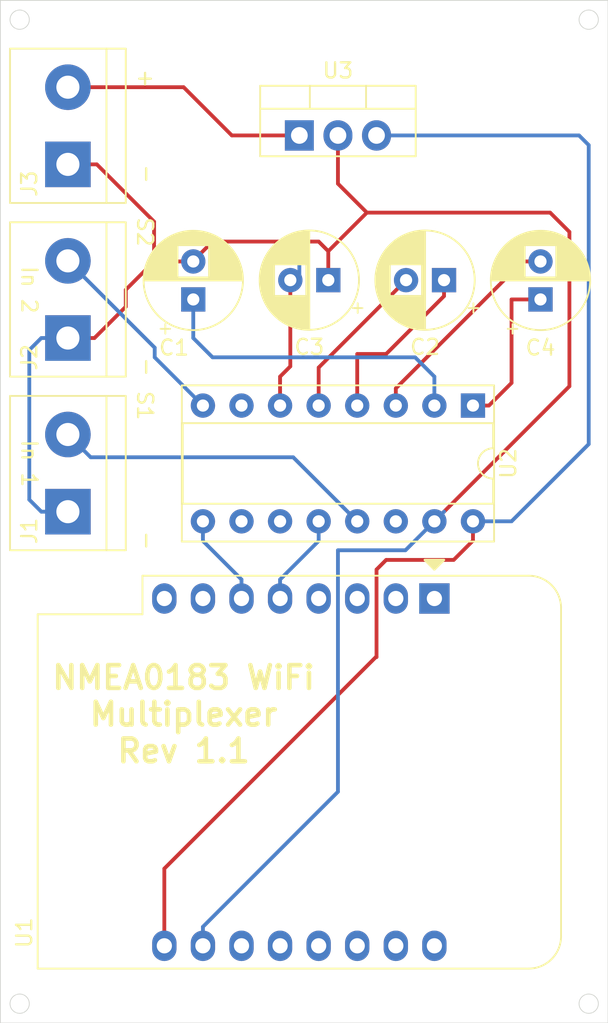
<source format=kicad_pcb>
(kicad_pcb (version 20171130) (host pcbnew "(5.1.5)-3")

  (general
    (thickness 1.6)
    (drawings 20)
    (tracks 85)
    (zones 0)
    (modules 10)
    (nets 30)
  )

  (page A4)
  (layers
    (0 F.Cu signal)
    (31 B.Cu signal)
    (32 B.Adhes user)
    (33 F.Adhes user)
    (34 B.Paste user)
    (35 F.Paste user)
    (36 B.SilkS user)
    (37 F.SilkS user)
    (38 B.Mask user)
    (39 F.Mask user)
    (40 Dwgs.User user)
    (41 Cmts.User user)
    (42 Eco1.User user)
    (43 Eco2.User user)
    (44 Edge.Cuts user)
    (45 Margin user)
    (46 B.CrtYd user)
    (47 F.CrtYd user)
    (48 B.Fab user)
    (49 F.Fab user)
  )

  (setup
    (last_trace_width 0.25)
    (trace_clearance 0.2)
    (zone_clearance 0.508)
    (zone_45_only no)
    (trace_min 0.2)
    (via_size 0.8)
    (via_drill 0.4)
    (via_min_size 0.4)
    (via_min_drill 0.3)
    (uvia_size 0.3)
    (uvia_drill 0.1)
    (uvias_allowed no)
    (uvia_min_size 0.2)
    (uvia_min_drill 0.1)
    (edge_width 0.05)
    (segment_width 0.2)
    (pcb_text_width 0.3)
    (pcb_text_size 1.5 1.5)
    (mod_edge_width 0.12)
    (mod_text_size 1 1)
    (mod_text_width 0.15)
    (pad_size 1.524 1.524)
    (pad_drill 0.762)
    (pad_to_mask_clearance 0.051)
    (solder_mask_min_width 0.25)
    (aux_axis_origin 66.675 123.19)
    (visible_elements 7FFFFFFF)
    (pcbplotparams
      (layerselection 0x010fc_ffffffff)
      (usegerberextensions false)
      (usegerberattributes false)
      (usegerberadvancedattributes false)
      (creategerberjobfile false)
      (excludeedgelayer true)
      (linewidth 0.100000)
      (plotframeref false)
      (viasonmask false)
      (mode 1)
      (useauxorigin false)
      (hpglpennumber 1)
      (hpglpenspeed 20)
      (hpglpendiameter 15.000000)
      (psnegative false)
      (psa4output false)
      (plotreference true)
      (plotvalue true)
      (plotinvisibletext false)
      (padsonsilk false)
      (subtractmaskfromsilk false)
      (outputformat 1)
      (mirror false)
      (drillshape 1)
      (scaleselection 1)
      (outputdirectory ""))
  )

  (net 0 "")
  (net 1 GND)
  (net 2 "Net-(C1-Pad1)")
  (net 3 "Net-(C2-Pad2)")
  (net 4 "Net-(C2-Pad1)")
  (net 5 "Net-(C3-Pad2)")
  (net 6 "Net-(C4-Pad2)")
  (net 7 "Net-(C4-Pad1)")
  (net 8 "Net-(J1-Pad2)")
  (net 9 "Net-(J2-Pad2)")
  (net 10 "Net-(U1-Pad16)")
  (net 11 "Net-(U1-Pad15)")
  (net 12 "Net-(U1-Pad14)")
  (net 13 "Net-(U1-Pad13)")
  (net 14 "Net-(U1-Pad12)")
  (net 15 "Net-(U1-Pad11)")
  (net 16 +5V)
  (net 17 "Net-(U1-Pad8)")
  (net 18 "Net-(U1-Pad7)")
  (net 19 "Net-(U1-Pad6)")
  (net 20 "Net-(U1-Pad5)")
  (net 21 "Net-(U1-Pad4)")
  (net 22 "Net-(U1-Pad3)")
  (net 23 "Net-(U1-Pad1)")
  (net 24 "Net-(U1-Pad2)")
  (net 25 "Net-(U2-Pad7)")
  (net 26 "Net-(U2-Pad14)")
  (net 27 "Net-(U2-Pad11)")
  (net 28 "Net-(U2-Pad10)")
  (net 29 "Net-(J3-Pad2)")

  (net_class Default "Dies ist die voreingestellte Netzklasse."
    (clearance 0.2)
    (trace_width 0.25)
    (via_dia 0.8)
    (via_drill 0.4)
    (uvia_dia 0.3)
    (uvia_drill 0.1)
    (add_net +5V)
    (add_net GND)
    (add_net "Net-(C1-Pad1)")
    (add_net "Net-(C2-Pad1)")
    (add_net "Net-(C2-Pad2)")
    (add_net "Net-(C3-Pad2)")
    (add_net "Net-(C4-Pad1)")
    (add_net "Net-(C4-Pad2)")
    (add_net "Net-(J1-Pad2)")
    (add_net "Net-(J2-Pad2)")
    (add_net "Net-(J3-Pad2)")
    (add_net "Net-(U1-Pad1)")
    (add_net "Net-(U1-Pad11)")
    (add_net "Net-(U1-Pad12)")
    (add_net "Net-(U1-Pad13)")
    (add_net "Net-(U1-Pad14)")
    (add_net "Net-(U1-Pad15)")
    (add_net "Net-(U1-Pad16)")
    (add_net "Net-(U1-Pad2)")
    (add_net "Net-(U1-Pad3)")
    (add_net "Net-(U1-Pad4)")
    (add_net "Net-(U1-Pad5)")
    (add_net "Net-(U1-Pad6)")
    (add_net "Net-(U1-Pad7)")
    (add_net "Net-(U1-Pad8)")
    (add_net "Net-(U2-Pad10)")
    (add_net "Net-(U2-Pad11)")
    (add_net "Net-(U2-Pad14)")
    (add_net "Net-(U2-Pad7)")
  )

  (module Package_TO_SOT_THT:TO-220-3_Vertical (layer F.Cu) (tedit 5AC8BA0D) (tstamp 6044EDF5)
    (at 86.36 64.77)
    (descr "TO-220-3, Vertical, RM 2.54mm, see https://www.vishay.com/docs/66542/to-220-1.pdf")
    (tags "TO-220-3 Vertical RM 2.54mm")
    (path /6044EDD0)
    (fp_text reference U3 (at 2.54 -4.27) (layer F.SilkS)
      (effects (font (size 1 1) (thickness 0.15)))
    )
    (fp_text value R-78E50-10_TO220 (at 2.54 2.5) (layer F.Fab)
      (effects (font (size 1 1) (thickness 0.15)))
    )
    (fp_text user %R (at 2.54 -4.27) (layer F.Fab)
      (effects (font (size 1 1) (thickness 0.15)))
    )
    (fp_line (start 7.79 -3.4) (end -2.71 -3.4) (layer F.CrtYd) (width 0.05))
    (fp_line (start 7.79 1.51) (end 7.79 -3.4) (layer F.CrtYd) (width 0.05))
    (fp_line (start -2.71 1.51) (end 7.79 1.51) (layer F.CrtYd) (width 0.05))
    (fp_line (start -2.71 -3.4) (end -2.71 1.51) (layer F.CrtYd) (width 0.05))
    (fp_line (start 4.391 -3.27) (end 4.391 -1.76) (layer F.SilkS) (width 0.12))
    (fp_line (start 0.69 -3.27) (end 0.69 -1.76) (layer F.SilkS) (width 0.12))
    (fp_line (start -2.58 -1.76) (end 7.66 -1.76) (layer F.SilkS) (width 0.12))
    (fp_line (start 7.66 -3.27) (end 7.66 1.371) (layer F.SilkS) (width 0.12))
    (fp_line (start -2.58 -3.27) (end -2.58 1.371) (layer F.SilkS) (width 0.12))
    (fp_line (start -2.58 1.371) (end 7.66 1.371) (layer F.SilkS) (width 0.12))
    (fp_line (start -2.58 -3.27) (end 7.66 -3.27) (layer F.SilkS) (width 0.12))
    (fp_line (start 4.39 -3.15) (end 4.39 -1.88) (layer F.Fab) (width 0.1))
    (fp_line (start 0.69 -3.15) (end 0.69 -1.88) (layer F.Fab) (width 0.1))
    (fp_line (start -2.46 -1.88) (end 7.54 -1.88) (layer F.Fab) (width 0.1))
    (fp_line (start 7.54 -3.15) (end -2.46 -3.15) (layer F.Fab) (width 0.1))
    (fp_line (start 7.54 1.25) (end 7.54 -3.15) (layer F.Fab) (width 0.1))
    (fp_line (start -2.46 1.25) (end 7.54 1.25) (layer F.Fab) (width 0.1))
    (fp_line (start -2.46 -3.15) (end -2.46 1.25) (layer F.Fab) (width 0.1))
    (pad 3 thru_hole oval (at 5.08 0) (size 1.905 2) (drill 1.1) (layers *.Cu *.Mask)
      (net 16 +5V))
    (pad 2 thru_hole oval (at 2.54 0) (size 1.905 2) (drill 1.1) (layers *.Cu *.Mask)
      (net 1 GND))
    (pad 1 thru_hole rect (at 0 0) (size 1.905 2) (drill 1.1) (layers *.Cu *.Mask)
      (net 29 "Net-(J3-Pad2)"))
    (model ${KISYS3DMOD}/Package_TO_SOT_THT.3dshapes/TO-220-3_Vertical.wrl
      (at (xyz 0 0 0))
      (scale (xyz 1 1 1))
      (rotate (xyz 0 0 0))
    )
  )

  (module TerminalBlock:TerminalBlock_bornier-2_P5.08mm (layer F.Cu) (tedit 59FF03AB) (tstamp 6044F4D2)
    (at 71.12 66.675 90)
    (descr "simple 2-pin terminal block, pitch 5.08mm, revamped version of bornier2")
    (tags "terminal block bornier2")
    (path /6044E52D)
    (fp_text reference J3 (at -1.27 -2.54 -90) (layer F.SilkS)
      (effects (font (size 1 1) (thickness 0.15)))
    )
    (fp_text value Power (at 2.54 5.08 90) (layer F.Fab)
      (effects (font (size 1 1) (thickness 0.15)))
    )
    (fp_line (start 7.79 4) (end -2.71 4) (layer F.CrtYd) (width 0.05))
    (fp_line (start 7.79 4) (end 7.79 -4) (layer F.CrtYd) (width 0.05))
    (fp_line (start -2.71 -4) (end -2.71 4) (layer F.CrtYd) (width 0.05))
    (fp_line (start -2.71 -4) (end 7.79 -4) (layer F.CrtYd) (width 0.05))
    (fp_line (start -2.54 3.81) (end 7.62 3.81) (layer F.SilkS) (width 0.12))
    (fp_line (start -2.54 -3.81) (end -2.54 3.81) (layer F.SilkS) (width 0.12))
    (fp_line (start 7.62 -3.81) (end -2.54 -3.81) (layer F.SilkS) (width 0.12))
    (fp_line (start 7.62 3.81) (end 7.62 -3.81) (layer F.SilkS) (width 0.12))
    (fp_line (start 7.62 2.54) (end -2.54 2.54) (layer F.SilkS) (width 0.12))
    (fp_line (start 7.54 -3.75) (end -2.46 -3.75) (layer F.Fab) (width 0.1))
    (fp_line (start 7.54 3.75) (end 7.54 -3.75) (layer F.Fab) (width 0.1))
    (fp_line (start -2.46 3.75) (end 7.54 3.75) (layer F.Fab) (width 0.1))
    (fp_line (start -2.46 -3.75) (end -2.46 3.75) (layer F.Fab) (width 0.1))
    (fp_line (start -2.41 2.55) (end 7.49 2.55) (layer F.Fab) (width 0.1))
    (fp_text user %R (at 2.54 0 90) (layer F.Fab)
      (effects (font (size 1 1) (thickness 0.15)))
    )
    (pad 2 thru_hole circle (at 5.08 0 90) (size 3 3) (drill 1.52) (layers *.Cu *.Mask)
      (net 29 "Net-(J3-Pad2)"))
    (pad 1 thru_hole rect (at 0 0 90) (size 3 3) (drill 1.52) (layers *.Cu *.Mask)
      (net 1 GND))
    (model ${KISYS3DMOD}/TerminalBlock.3dshapes/TerminalBlock_bornier-2_P5.08mm.wrl
      (offset (xyz 2.539999961853027 0 0))
      (scale (xyz 1 1 1))
      (rotate (xyz 0 0 0))
    )
  )

  (module Package_DIP:DIP-16_W7.62mm_Socket (layer F.Cu) (tedit 5A02E8C5) (tstamp 6044CD83)
    (at 97.79 82.55 270)
    (descr "16-lead though-hole mounted DIP package, row spacing 7.62 mm (300 mils), Socket")
    (tags "THT DIP DIL PDIP 2.54mm 7.62mm 300mil Socket")
    (path /60437BD0)
    (fp_text reference U2 (at 3.81 -2.33 90) (layer F.SilkS)
      (effects (font (size 1 1) (thickness 0.15)))
    )
    (fp_text value MAX232 (at 3.81 20.11 90) (layer F.Fab)
      (effects (font (size 1 1) (thickness 0.15)))
    )
    (fp_text user %R (at 3.81 8.89 90) (layer F.Fab)
      (effects (font (size 1 1) (thickness 0.15)))
    )
    (fp_line (start 9.15 -1.6) (end -1.55 -1.6) (layer F.CrtYd) (width 0.05))
    (fp_line (start 9.15 19.4) (end 9.15 -1.6) (layer F.CrtYd) (width 0.05))
    (fp_line (start -1.55 19.4) (end 9.15 19.4) (layer F.CrtYd) (width 0.05))
    (fp_line (start -1.55 -1.6) (end -1.55 19.4) (layer F.CrtYd) (width 0.05))
    (fp_line (start 8.95 -1.39) (end -1.33 -1.39) (layer F.SilkS) (width 0.12))
    (fp_line (start 8.95 19.17) (end 8.95 -1.39) (layer F.SilkS) (width 0.12))
    (fp_line (start -1.33 19.17) (end 8.95 19.17) (layer F.SilkS) (width 0.12))
    (fp_line (start -1.33 -1.39) (end -1.33 19.17) (layer F.SilkS) (width 0.12))
    (fp_line (start 6.46 -1.33) (end 4.81 -1.33) (layer F.SilkS) (width 0.12))
    (fp_line (start 6.46 19.11) (end 6.46 -1.33) (layer F.SilkS) (width 0.12))
    (fp_line (start 1.16 19.11) (end 6.46 19.11) (layer F.SilkS) (width 0.12))
    (fp_line (start 1.16 -1.33) (end 1.16 19.11) (layer F.SilkS) (width 0.12))
    (fp_line (start 2.81 -1.33) (end 1.16 -1.33) (layer F.SilkS) (width 0.12))
    (fp_line (start 8.89 -1.33) (end -1.27 -1.33) (layer F.Fab) (width 0.1))
    (fp_line (start 8.89 19.11) (end 8.89 -1.33) (layer F.Fab) (width 0.1))
    (fp_line (start -1.27 19.11) (end 8.89 19.11) (layer F.Fab) (width 0.1))
    (fp_line (start -1.27 -1.33) (end -1.27 19.11) (layer F.Fab) (width 0.1))
    (fp_line (start 0.635 -0.27) (end 1.635 -1.27) (layer F.Fab) (width 0.1))
    (fp_line (start 0.635 19.05) (end 0.635 -0.27) (layer F.Fab) (width 0.1))
    (fp_line (start 6.985 19.05) (end 0.635 19.05) (layer F.Fab) (width 0.1))
    (fp_line (start 6.985 -1.27) (end 6.985 19.05) (layer F.Fab) (width 0.1))
    (fp_line (start 1.635 -1.27) (end 6.985 -1.27) (layer F.Fab) (width 0.1))
    (fp_arc (start 3.81 -1.33) (end 2.81 -1.33) (angle -180) (layer F.SilkS) (width 0.12))
    (pad 16 thru_hole oval (at 7.62 0 270) (size 1.6 1.6) (drill 0.8) (layers *.Cu *.Mask)
      (net 16 +5V))
    (pad 8 thru_hole oval (at 0 17.78 270) (size 1.6 1.6) (drill 0.8) (layers *.Cu *.Mask)
      (net 9 "Net-(J2-Pad2)"))
    (pad 15 thru_hole oval (at 7.62 2.54 270) (size 1.6 1.6) (drill 0.8) (layers *.Cu *.Mask)
      (net 1 GND))
    (pad 7 thru_hole oval (at 0 15.24 270) (size 1.6 1.6) (drill 0.8) (layers *.Cu *.Mask)
      (net 25 "Net-(U2-Pad7)"))
    (pad 14 thru_hole oval (at 7.62 5.08 270) (size 1.6 1.6) (drill 0.8) (layers *.Cu *.Mask)
      (net 26 "Net-(U2-Pad14)"))
    (pad 6 thru_hole oval (at 0 12.7 270) (size 1.6 1.6) (drill 0.8) (layers *.Cu *.Mask)
      (net 5 "Net-(C3-Pad2)"))
    (pad 13 thru_hole oval (at 7.62 7.62 270) (size 1.6 1.6) (drill 0.8) (layers *.Cu *.Mask)
      (net 8 "Net-(J1-Pad2)"))
    (pad 5 thru_hole oval (at 0 10.16 270) (size 1.6 1.6) (drill 0.8) (layers *.Cu *.Mask)
      (net 3 "Net-(C2-Pad2)"))
    (pad 12 thru_hole oval (at 7.62 10.16 270) (size 1.6 1.6) (drill 0.8) (layers *.Cu *.Mask)
      (net 20 "Net-(U1-Pad5)"))
    (pad 4 thru_hole oval (at 0 7.62 270) (size 1.6 1.6) (drill 0.8) (layers *.Cu *.Mask)
      (net 4 "Net-(C2-Pad1)"))
    (pad 11 thru_hole oval (at 7.62 12.7 270) (size 1.6 1.6) (drill 0.8) (layers *.Cu *.Mask)
      (net 27 "Net-(U2-Pad11)"))
    (pad 3 thru_hole oval (at 0 5.08 270) (size 1.6 1.6) (drill 0.8) (layers *.Cu *.Mask)
      (net 6 "Net-(C4-Pad2)"))
    (pad 10 thru_hole oval (at 7.62 15.24 270) (size 1.6 1.6) (drill 0.8) (layers *.Cu *.Mask)
      (net 28 "Net-(U2-Pad10)"))
    (pad 2 thru_hole oval (at 0 2.54 270) (size 1.6 1.6) (drill 0.8) (layers *.Cu *.Mask)
      (net 2 "Net-(C1-Pad1)"))
    (pad 9 thru_hole oval (at 7.62 17.78 270) (size 1.6 1.6) (drill 0.8) (layers *.Cu *.Mask)
      (net 19 "Net-(U1-Pad6)"))
    (pad 1 thru_hole rect (at 0 0 270) (size 1.6 1.6) (drill 0.8) (layers *.Cu *.Mask)
      (net 7 "Net-(C4-Pad1)"))
    (model ${KISYS3DMOD}/Package_DIP.3dshapes/DIP-16_W7.62mm_Socket.wrl
      (at (xyz 0 0 0))
      (scale (xyz 1 1 1))
      (rotate (xyz 0 0 0))
    )
  )

  (module TerminalBlock:TerminalBlock_bornier-2_P5.08mm (layer F.Cu) (tedit 59FF03AB) (tstamp 6044CD14)
    (at 71.12 78.105 90)
    (descr "simple 2-pin terminal block, pitch 5.08mm, revamped version of bornier2")
    (tags "terminal block bornier2")
    (path /60439978)
    (fp_text reference J2 (at -1.27 -2.54 -90) (layer F.SilkS)
      (effects (font (size 1 1) (thickness 0.15)))
    )
    (fp_text value "NMEA In" (at 2.54 5.08 90) (layer F.Fab)
      (effects (font (size 1 1) (thickness 0.15)))
    )
    (fp_line (start 7.79 4) (end -2.71 4) (layer F.CrtYd) (width 0.05))
    (fp_line (start 7.79 4) (end 7.79 -4) (layer F.CrtYd) (width 0.05))
    (fp_line (start -2.71 -4) (end -2.71 4) (layer F.CrtYd) (width 0.05))
    (fp_line (start -2.71 -4) (end 7.79 -4) (layer F.CrtYd) (width 0.05))
    (fp_line (start -2.54 3.81) (end 7.62 3.81) (layer F.SilkS) (width 0.12))
    (fp_line (start -2.54 -3.81) (end -2.54 3.81) (layer F.SilkS) (width 0.12))
    (fp_line (start 7.62 -3.81) (end -2.54 -3.81) (layer F.SilkS) (width 0.12))
    (fp_line (start 7.62 3.81) (end 7.62 -3.81) (layer F.SilkS) (width 0.12))
    (fp_line (start 7.62 2.54) (end -2.54 2.54) (layer F.SilkS) (width 0.12))
    (fp_line (start 7.54 -3.75) (end -2.46 -3.75) (layer F.Fab) (width 0.1))
    (fp_line (start 7.54 3.75) (end 7.54 -3.75) (layer F.Fab) (width 0.1))
    (fp_line (start -2.46 3.75) (end 7.54 3.75) (layer F.Fab) (width 0.1))
    (fp_line (start -2.46 -3.75) (end -2.46 3.75) (layer F.Fab) (width 0.1))
    (fp_line (start -2.41 2.55) (end 7.49 2.55) (layer F.Fab) (width 0.1))
    (fp_text user %R (at 2.54 0 90) (layer F.Fab)
      (effects (font (size 1 1) (thickness 0.15)))
    )
    (pad 2 thru_hole circle (at 5.08 0 90) (size 3 3) (drill 1.52) (layers *.Cu *.Mask)
      (net 9 "Net-(J2-Pad2)"))
    (pad 1 thru_hole rect (at 0 0 90) (size 3 3) (drill 1.52) (layers *.Cu *.Mask)
      (net 1 GND))
    (model ${KISYS3DMOD}/TerminalBlock.3dshapes/TerminalBlock_bornier-2_P5.08mm.wrl
      (offset (xyz 2.539999961853027 0 0))
      (scale (xyz 1 1 1))
      (rotate (xyz 0 0 0))
    )
  )

  (module TerminalBlock:TerminalBlock_bornier-2_P5.08mm (layer F.Cu) (tedit 59FF03AB) (tstamp 6044CCFE)
    (at 71.12 89.535 90)
    (descr "simple 2-pin terminal block, pitch 5.08mm, revamped version of bornier2")
    (tags "terminal block bornier2")
    (path /6043EB08)
    (fp_text reference J1 (at -1.27 -2.54 -90) (layer F.SilkS)
      (effects (font (size 1 1) (thickness 0.15)))
    )
    (fp_text value "NMEA In" (at 2.54 5.08 90) (layer F.Fab)
      (effects (font (size 1 1) (thickness 0.15)))
    )
    (fp_line (start 7.79 4) (end -2.71 4) (layer F.CrtYd) (width 0.05))
    (fp_line (start 7.79 4) (end 7.79 -4) (layer F.CrtYd) (width 0.05))
    (fp_line (start -2.71 -4) (end -2.71 4) (layer F.CrtYd) (width 0.05))
    (fp_line (start -2.71 -4) (end 7.79 -4) (layer F.CrtYd) (width 0.05))
    (fp_line (start -2.54 3.81) (end 7.62 3.81) (layer F.SilkS) (width 0.12))
    (fp_line (start -2.54 -3.81) (end -2.54 3.81) (layer F.SilkS) (width 0.12))
    (fp_line (start 7.62 -3.81) (end -2.54 -3.81) (layer F.SilkS) (width 0.12))
    (fp_line (start 7.62 3.81) (end 7.62 -3.81) (layer F.SilkS) (width 0.12))
    (fp_line (start 7.62 2.54) (end -2.54 2.54) (layer F.SilkS) (width 0.12))
    (fp_line (start 7.54 -3.75) (end -2.46 -3.75) (layer F.Fab) (width 0.1))
    (fp_line (start 7.54 3.75) (end 7.54 -3.75) (layer F.Fab) (width 0.1))
    (fp_line (start -2.46 3.75) (end 7.54 3.75) (layer F.Fab) (width 0.1))
    (fp_line (start -2.46 -3.75) (end -2.46 3.75) (layer F.Fab) (width 0.1))
    (fp_line (start -2.41 2.55) (end 7.49 2.55) (layer F.Fab) (width 0.1))
    (fp_text user %R (at 2.54 0 90) (layer F.Fab)
      (effects (font (size 1 1) (thickness 0.15)))
    )
    (pad 2 thru_hole circle (at 5.08 0 90) (size 3 3) (drill 1.52) (layers *.Cu *.Mask)
      (net 8 "Net-(J1-Pad2)"))
    (pad 1 thru_hole rect (at 0 0 90) (size 3 3) (drill 1.52) (layers *.Cu *.Mask)
      (net 1 GND))
    (model ${KISYS3DMOD}/TerminalBlock.3dshapes/TerminalBlock_bornier-2_P5.08mm.wrl
      (offset (xyz 2.539999961853027 0 0))
      (scale (xyz 1 1 1))
      (rotate (xyz 0 0 0))
    )
  )

  (module Module:WEMOS_D1_mini_light (layer F.Cu) (tedit 5BBFB1CE) (tstamp 60453791)
    (at 95.25 95.25 270)
    (descr "16-pin module, column spacing 22.86 mm (900 mils), https://wiki.wemos.cc/products:d1:d1_mini, https://c1.staticflickr.com/1/734/31400410271_f278b087db_z.jpg")
    (tags "ESP8266 WiFi microcontroller")
    (path /604342F8)
    (fp_text reference U1 (at 22 27 90) (layer F.SilkS)
      (effects (font (size 1 1) (thickness 0.15)))
    )
    (fp_text value WeMos_D1_mini (at 11.7 0 90) (layer F.Fab)
      (effects (font (size 1 1) (thickness 0.15)))
    )
    (fp_text user "No copper" (at 11.43 -3.81 90) (layer Cmts.User)
      (effects (font (size 1 1) (thickness 0.15)))
    )
    (fp_text user "KEEP OUT" (at 11.43 -6.35 90) (layer Cmts.User)
      (effects (font (size 1 1) (thickness 0.15)))
    )
    (fp_arc (start 22.23 -6.21) (end 24.36 -6.21) (angle -90) (layer F.SilkS) (width 0.12))
    (fp_arc (start 0.63 -6.21) (end 0.63 -8.34) (angle -90) (layer F.SilkS) (width 0.12))
    (fp_line (start 1.04 19.22) (end 1.04 26.12) (layer F.SilkS) (width 0.12))
    (fp_line (start -1.5 19.22) (end 1.04 19.22) (layer F.SilkS) (width 0.12))
    (fp_arc (start 22.23 -6.21) (end 24.23 -6.19) (angle -90) (layer F.Fab) (width 0.1))
    (fp_arc (start 0.63 -6.21) (end 0.63 -8.21) (angle -90) (layer F.Fab) (width 0.1))
    (fp_line (start -0.37 0) (end -1.37 -1) (layer F.Fab) (width 0.1))
    (fp_line (start -1.37 1) (end -0.37 0) (layer F.Fab) (width 0.1))
    (fp_line (start -1.37 -6.21) (end -1.37 -1) (layer F.Fab) (width 0.1))
    (fp_line (start 1.17 19.09) (end 1.17 25.99) (layer F.Fab) (width 0.1))
    (fp_line (start -1.37 19.09) (end 1.17 19.09) (layer F.Fab) (width 0.1))
    (fp_line (start -1.35 -7.4) (end -0.55 -8.2) (layer Dwgs.User) (width 0.1))
    (fp_line (start -1.3 -5.45) (end 1.45 -8.2) (layer Dwgs.User) (width 0.1))
    (fp_line (start -1.35 -3.4) (end 3.45 -8.2) (layer Dwgs.User) (width 0.1))
    (fp_line (start 22.65 -1.4) (end 24.25 -3) (layer Dwgs.User) (width 0.1))
    (fp_line (start 20.65 -1.4) (end 24.25 -5) (layer Dwgs.User) (width 0.1))
    (fp_line (start 18.65 -1.4) (end 24.25 -7) (layer Dwgs.User) (width 0.1))
    (fp_line (start 16.65 -1.4) (end 23.45 -8.2) (layer Dwgs.User) (width 0.1))
    (fp_line (start 14.65 -1.4) (end 21.45 -8.2) (layer Dwgs.User) (width 0.1))
    (fp_line (start 12.65 -1.4) (end 19.45 -8.2) (layer Dwgs.User) (width 0.1))
    (fp_line (start 10.65 -1.4) (end 17.45 -8.2) (layer Dwgs.User) (width 0.1))
    (fp_line (start 8.65 -1.4) (end 15.45 -8.2) (layer Dwgs.User) (width 0.1))
    (fp_line (start 6.65 -1.4) (end 13.45 -8.2) (layer Dwgs.User) (width 0.1))
    (fp_line (start 4.65 -1.4) (end 11.45 -8.2) (layer Dwgs.User) (width 0.1))
    (fp_line (start 2.65 -1.4) (end 9.45 -8.2) (layer Dwgs.User) (width 0.1))
    (fp_line (start 0.65 -1.4) (end 7.45 -8.2) (layer Dwgs.User) (width 0.1))
    (fp_line (start -1.35 -1.4) (end 5.45 -8.2) (layer Dwgs.User) (width 0.1))
    (fp_line (start -1.35 -8.2) (end -1.35 -1.4) (layer Dwgs.User) (width 0.1))
    (fp_line (start 24.25 -8.2) (end -1.35 -8.2) (layer Dwgs.User) (width 0.1))
    (fp_line (start 24.25 -1.4) (end 24.25 -8.2) (layer Dwgs.User) (width 0.1))
    (fp_line (start -1.35 -1.4) (end 24.25 -1.4) (layer Dwgs.User) (width 0.1))
    (fp_poly (pts (xy -2.54 -0.635) (xy -2.54 0.635) (xy -1.905 0)) (layer F.SilkS) (width 0.15))
    (fp_line (start -1.62 26.24) (end -1.62 -8.46) (layer F.CrtYd) (width 0.05))
    (fp_line (start 24.48 26.24) (end -1.62 26.24) (layer F.CrtYd) (width 0.05))
    (fp_line (start 24.48 -8.41) (end 24.48 26.24) (layer F.CrtYd) (width 0.05))
    (fp_line (start -1.62 -8.46) (end 24.48 -8.46) (layer F.CrtYd) (width 0.05))
    (fp_text user %R (at 11.43 10 90) (layer F.Fab)
      (effects (font (size 1 1) (thickness 0.15)))
    )
    (fp_line (start -1.37 1) (end -1.37 19.09) (layer F.Fab) (width 0.1))
    (fp_line (start 22.23 -8.21) (end 0.63 -8.21) (layer F.Fab) (width 0.1))
    (fp_line (start 24.23 25.99) (end 24.23 -6.21) (layer F.Fab) (width 0.1))
    (fp_line (start 1.17 25.99) (end 24.23 25.99) (layer F.Fab) (width 0.1))
    (fp_line (start 22.24 -8.34) (end 0.63 -8.34) (layer F.SilkS) (width 0.12))
    (fp_line (start 24.36 26.12) (end 24.36 -6.21) (layer F.SilkS) (width 0.12))
    (fp_line (start -1.5 19.22) (end -1.5 -6.21) (layer F.SilkS) (width 0.12))
    (fp_line (start 1.04 26.12) (end 24.36 26.12) (layer F.SilkS) (width 0.12))
    (pad 16 thru_hole oval (at 22.86 0 270) (size 2 1.6) (drill 1) (layers *.Cu *.Mask)
      (net 10 "Net-(U1-Pad16)"))
    (pad 15 thru_hole oval (at 22.86 2.54 270) (size 2 1.6) (drill 1) (layers *.Cu *.Mask)
      (net 11 "Net-(U1-Pad15)"))
    (pad 14 thru_hole oval (at 22.86 5.08 270) (size 2 1.6) (drill 1) (layers *.Cu *.Mask)
      (net 12 "Net-(U1-Pad14)"))
    (pad 13 thru_hole oval (at 22.86 7.62 270) (size 2 1.6) (drill 1) (layers *.Cu *.Mask)
      (net 13 "Net-(U1-Pad13)"))
    (pad 12 thru_hole oval (at 22.86 10.16 270) (size 2 1.6) (drill 1) (layers *.Cu *.Mask)
      (net 14 "Net-(U1-Pad12)"))
    (pad 11 thru_hole oval (at 22.86 12.7 270) (size 2 1.6) (drill 1) (layers *.Cu *.Mask)
      (net 15 "Net-(U1-Pad11)"))
    (pad 10 thru_hole oval (at 22.86 15.24 270) (size 2 1.6) (drill 1) (layers *.Cu *.Mask)
      (net 1 GND))
    (pad 9 thru_hole oval (at 22.86 17.78 270) (size 2 1.6) (drill 1) (layers *.Cu *.Mask)
      (net 16 +5V))
    (pad 8 thru_hole oval (at 0 17.78 270) (size 2 1.6) (drill 1) (layers *.Cu *.Mask)
      (net 17 "Net-(U1-Pad8)"))
    (pad 7 thru_hole oval (at 0 15.24 270) (size 2 1.6) (drill 1) (layers *.Cu *.Mask)
      (net 18 "Net-(U1-Pad7)"))
    (pad 6 thru_hole oval (at 0 12.7 270) (size 2 1.6) (drill 1) (layers *.Cu *.Mask)
      (net 19 "Net-(U1-Pad6)"))
    (pad 5 thru_hole oval (at 0 10.16 270) (size 2 1.6) (drill 1) (layers *.Cu *.Mask)
      (net 20 "Net-(U1-Pad5)"))
    (pad 4 thru_hole oval (at 0 7.62 270) (size 2 1.6) (drill 1) (layers *.Cu *.Mask)
      (net 21 "Net-(U1-Pad4)"))
    (pad 3 thru_hole oval (at 0 5.08 270) (size 2 1.6) (drill 1) (layers *.Cu *.Mask)
      (net 22 "Net-(U1-Pad3)"))
    (pad 1 thru_hole rect (at 0 0 270) (size 2 2) (drill 1) (layers *.Cu *.Mask)
      (net 23 "Net-(U1-Pad1)"))
    (pad 2 thru_hole oval (at 0 2.54 270) (size 2 1.6) (drill 1) (layers *.Cu *.Mask)
      (net 24 "Net-(U1-Pad2)"))
    (model ${KISYS3DMOD}/Module.3dshapes/WEMOS_D1_mini_light.wrl
      (at (xyz 0 0 0))
      (scale (xyz 1 1 1))
      (rotate (xyz 0 0 0))
    )
    (model ${KISYS3DMOD}/Connector_PinHeader_2.54mm.3dshapes/PinHeader_1x08_P2.54mm_Vertical.wrl
      (offset (xyz 0 0 9.5))
      (scale (xyz 1 1 1))
      (rotate (xyz 0 -180 0))
    )
    (model ${KISYS3DMOD}/Connector_PinHeader_2.54mm.3dshapes/PinHeader_1x08_P2.54mm_Vertical.wrl
      (offset (xyz 22.86 0 9.5))
      (scale (xyz 1 1 1))
      (rotate (xyz 0 -180 0))
    )
    (model ${KISYS3DMOD}/Connector_PinSocket_2.54mm.3dshapes/PinSocket_1x08_P2.54mm_Vertical.wrl
      (at (xyz 0 0 0))
      (scale (xyz 1 1 1))
      (rotate (xyz 0 0 0))
    )
    (model ${KISYS3DMOD}/Connector_PinSocket_2.54mm.3dshapes/PinSocket_1x08_P2.54mm_Vertical.wrl
      (offset (xyz 22.86 0 0))
      (scale (xyz 1 1 1))
      (rotate (xyz 0 0 0))
    )
  )

  (module Capacitor_THT:CP_Radial_D6.3mm_P2.50mm (layer F.Cu) (tedit 5AE50EF0) (tstamp 6044E254)
    (at 102.235 75.565 90)
    (descr "CP, Radial series, Radial, pin pitch=2.50mm, , diameter=6.3mm, Electrolytic Capacitor")
    (tags "CP Radial series Radial pin pitch 2.50mm  diameter 6.3mm Electrolytic Capacitor")
    (path /6043FA82)
    (fp_text reference C4 (at -3.175 0 180) (layer F.SilkS)
      (effects (font (size 1 1) (thickness 0.15)))
    )
    (fp_text value 1µ (at 5.715 0 180) (layer F.Fab)
      (effects (font (size 1 1) (thickness 0.15)))
    )
    (fp_text user %R (at 2.54 1.905 180) (layer F.Fab)
      (effects (font (size 1 1) (thickness 0.15)))
    )
    (fp_line (start -1.935241 -2.154) (end -1.935241 -1.524) (layer F.SilkS) (width 0.12))
    (fp_line (start -2.250241 -1.839) (end -1.620241 -1.839) (layer F.SilkS) (width 0.12))
    (fp_line (start 4.491 -0.402) (end 4.491 0.402) (layer F.SilkS) (width 0.12))
    (fp_line (start 4.451 -0.633) (end 4.451 0.633) (layer F.SilkS) (width 0.12))
    (fp_line (start 4.411 -0.802) (end 4.411 0.802) (layer F.SilkS) (width 0.12))
    (fp_line (start 4.371 -0.94) (end 4.371 0.94) (layer F.SilkS) (width 0.12))
    (fp_line (start 4.331 -1.059) (end 4.331 1.059) (layer F.SilkS) (width 0.12))
    (fp_line (start 4.291 -1.165) (end 4.291 1.165) (layer F.SilkS) (width 0.12))
    (fp_line (start 4.251 -1.262) (end 4.251 1.262) (layer F.SilkS) (width 0.12))
    (fp_line (start 4.211 -1.35) (end 4.211 1.35) (layer F.SilkS) (width 0.12))
    (fp_line (start 4.171 -1.432) (end 4.171 1.432) (layer F.SilkS) (width 0.12))
    (fp_line (start 4.131 -1.509) (end 4.131 1.509) (layer F.SilkS) (width 0.12))
    (fp_line (start 4.091 -1.581) (end 4.091 1.581) (layer F.SilkS) (width 0.12))
    (fp_line (start 4.051 -1.65) (end 4.051 1.65) (layer F.SilkS) (width 0.12))
    (fp_line (start 4.011 -1.714) (end 4.011 1.714) (layer F.SilkS) (width 0.12))
    (fp_line (start 3.971 -1.776) (end 3.971 1.776) (layer F.SilkS) (width 0.12))
    (fp_line (start 3.931 -1.834) (end 3.931 1.834) (layer F.SilkS) (width 0.12))
    (fp_line (start 3.891 -1.89) (end 3.891 1.89) (layer F.SilkS) (width 0.12))
    (fp_line (start 3.851 -1.944) (end 3.851 1.944) (layer F.SilkS) (width 0.12))
    (fp_line (start 3.811 -1.995) (end 3.811 1.995) (layer F.SilkS) (width 0.12))
    (fp_line (start 3.771 -2.044) (end 3.771 2.044) (layer F.SilkS) (width 0.12))
    (fp_line (start 3.731 -2.092) (end 3.731 2.092) (layer F.SilkS) (width 0.12))
    (fp_line (start 3.691 -2.137) (end 3.691 2.137) (layer F.SilkS) (width 0.12))
    (fp_line (start 3.651 -2.182) (end 3.651 2.182) (layer F.SilkS) (width 0.12))
    (fp_line (start 3.611 -2.224) (end 3.611 2.224) (layer F.SilkS) (width 0.12))
    (fp_line (start 3.571 -2.265) (end 3.571 2.265) (layer F.SilkS) (width 0.12))
    (fp_line (start 3.531 1.04) (end 3.531 2.305) (layer F.SilkS) (width 0.12))
    (fp_line (start 3.531 -2.305) (end 3.531 -1.04) (layer F.SilkS) (width 0.12))
    (fp_line (start 3.491 1.04) (end 3.491 2.343) (layer F.SilkS) (width 0.12))
    (fp_line (start 3.491 -2.343) (end 3.491 -1.04) (layer F.SilkS) (width 0.12))
    (fp_line (start 3.451 1.04) (end 3.451 2.38) (layer F.SilkS) (width 0.12))
    (fp_line (start 3.451 -2.38) (end 3.451 -1.04) (layer F.SilkS) (width 0.12))
    (fp_line (start 3.411 1.04) (end 3.411 2.416) (layer F.SilkS) (width 0.12))
    (fp_line (start 3.411 -2.416) (end 3.411 -1.04) (layer F.SilkS) (width 0.12))
    (fp_line (start 3.371 1.04) (end 3.371 2.45) (layer F.SilkS) (width 0.12))
    (fp_line (start 3.371 -2.45) (end 3.371 -1.04) (layer F.SilkS) (width 0.12))
    (fp_line (start 3.331 1.04) (end 3.331 2.484) (layer F.SilkS) (width 0.12))
    (fp_line (start 3.331 -2.484) (end 3.331 -1.04) (layer F.SilkS) (width 0.12))
    (fp_line (start 3.291 1.04) (end 3.291 2.516) (layer F.SilkS) (width 0.12))
    (fp_line (start 3.291 -2.516) (end 3.291 -1.04) (layer F.SilkS) (width 0.12))
    (fp_line (start 3.251 1.04) (end 3.251 2.548) (layer F.SilkS) (width 0.12))
    (fp_line (start 3.251 -2.548) (end 3.251 -1.04) (layer F.SilkS) (width 0.12))
    (fp_line (start 3.211 1.04) (end 3.211 2.578) (layer F.SilkS) (width 0.12))
    (fp_line (start 3.211 -2.578) (end 3.211 -1.04) (layer F.SilkS) (width 0.12))
    (fp_line (start 3.171 1.04) (end 3.171 2.607) (layer F.SilkS) (width 0.12))
    (fp_line (start 3.171 -2.607) (end 3.171 -1.04) (layer F.SilkS) (width 0.12))
    (fp_line (start 3.131 1.04) (end 3.131 2.636) (layer F.SilkS) (width 0.12))
    (fp_line (start 3.131 -2.636) (end 3.131 -1.04) (layer F.SilkS) (width 0.12))
    (fp_line (start 3.091 1.04) (end 3.091 2.664) (layer F.SilkS) (width 0.12))
    (fp_line (start 3.091 -2.664) (end 3.091 -1.04) (layer F.SilkS) (width 0.12))
    (fp_line (start 3.051 1.04) (end 3.051 2.69) (layer F.SilkS) (width 0.12))
    (fp_line (start 3.051 -2.69) (end 3.051 -1.04) (layer F.SilkS) (width 0.12))
    (fp_line (start 3.011 1.04) (end 3.011 2.716) (layer F.SilkS) (width 0.12))
    (fp_line (start 3.011 -2.716) (end 3.011 -1.04) (layer F.SilkS) (width 0.12))
    (fp_line (start 2.971 1.04) (end 2.971 2.742) (layer F.SilkS) (width 0.12))
    (fp_line (start 2.971 -2.742) (end 2.971 -1.04) (layer F.SilkS) (width 0.12))
    (fp_line (start 2.931 1.04) (end 2.931 2.766) (layer F.SilkS) (width 0.12))
    (fp_line (start 2.931 -2.766) (end 2.931 -1.04) (layer F.SilkS) (width 0.12))
    (fp_line (start 2.891 1.04) (end 2.891 2.79) (layer F.SilkS) (width 0.12))
    (fp_line (start 2.891 -2.79) (end 2.891 -1.04) (layer F.SilkS) (width 0.12))
    (fp_line (start 2.851 1.04) (end 2.851 2.812) (layer F.SilkS) (width 0.12))
    (fp_line (start 2.851 -2.812) (end 2.851 -1.04) (layer F.SilkS) (width 0.12))
    (fp_line (start 2.811 1.04) (end 2.811 2.834) (layer F.SilkS) (width 0.12))
    (fp_line (start 2.811 -2.834) (end 2.811 -1.04) (layer F.SilkS) (width 0.12))
    (fp_line (start 2.771 1.04) (end 2.771 2.856) (layer F.SilkS) (width 0.12))
    (fp_line (start 2.771 -2.856) (end 2.771 -1.04) (layer F.SilkS) (width 0.12))
    (fp_line (start 2.731 1.04) (end 2.731 2.876) (layer F.SilkS) (width 0.12))
    (fp_line (start 2.731 -2.876) (end 2.731 -1.04) (layer F.SilkS) (width 0.12))
    (fp_line (start 2.691 1.04) (end 2.691 2.896) (layer F.SilkS) (width 0.12))
    (fp_line (start 2.691 -2.896) (end 2.691 -1.04) (layer F.SilkS) (width 0.12))
    (fp_line (start 2.651 1.04) (end 2.651 2.916) (layer F.SilkS) (width 0.12))
    (fp_line (start 2.651 -2.916) (end 2.651 -1.04) (layer F.SilkS) (width 0.12))
    (fp_line (start 2.611 1.04) (end 2.611 2.934) (layer F.SilkS) (width 0.12))
    (fp_line (start 2.611 -2.934) (end 2.611 -1.04) (layer F.SilkS) (width 0.12))
    (fp_line (start 2.571 1.04) (end 2.571 2.952) (layer F.SilkS) (width 0.12))
    (fp_line (start 2.571 -2.952) (end 2.571 -1.04) (layer F.SilkS) (width 0.12))
    (fp_line (start 2.531 1.04) (end 2.531 2.97) (layer F.SilkS) (width 0.12))
    (fp_line (start 2.531 -2.97) (end 2.531 -1.04) (layer F.SilkS) (width 0.12))
    (fp_line (start 2.491 1.04) (end 2.491 2.986) (layer F.SilkS) (width 0.12))
    (fp_line (start 2.491 -2.986) (end 2.491 -1.04) (layer F.SilkS) (width 0.12))
    (fp_line (start 2.451 1.04) (end 2.451 3.002) (layer F.SilkS) (width 0.12))
    (fp_line (start 2.451 -3.002) (end 2.451 -1.04) (layer F.SilkS) (width 0.12))
    (fp_line (start 2.411 1.04) (end 2.411 3.018) (layer F.SilkS) (width 0.12))
    (fp_line (start 2.411 -3.018) (end 2.411 -1.04) (layer F.SilkS) (width 0.12))
    (fp_line (start 2.371 1.04) (end 2.371 3.033) (layer F.SilkS) (width 0.12))
    (fp_line (start 2.371 -3.033) (end 2.371 -1.04) (layer F.SilkS) (width 0.12))
    (fp_line (start 2.331 1.04) (end 2.331 3.047) (layer F.SilkS) (width 0.12))
    (fp_line (start 2.331 -3.047) (end 2.331 -1.04) (layer F.SilkS) (width 0.12))
    (fp_line (start 2.291 1.04) (end 2.291 3.061) (layer F.SilkS) (width 0.12))
    (fp_line (start 2.291 -3.061) (end 2.291 -1.04) (layer F.SilkS) (width 0.12))
    (fp_line (start 2.251 1.04) (end 2.251 3.074) (layer F.SilkS) (width 0.12))
    (fp_line (start 2.251 -3.074) (end 2.251 -1.04) (layer F.SilkS) (width 0.12))
    (fp_line (start 2.211 1.04) (end 2.211 3.086) (layer F.SilkS) (width 0.12))
    (fp_line (start 2.211 -3.086) (end 2.211 -1.04) (layer F.SilkS) (width 0.12))
    (fp_line (start 2.171 1.04) (end 2.171 3.098) (layer F.SilkS) (width 0.12))
    (fp_line (start 2.171 -3.098) (end 2.171 -1.04) (layer F.SilkS) (width 0.12))
    (fp_line (start 2.131 1.04) (end 2.131 3.11) (layer F.SilkS) (width 0.12))
    (fp_line (start 2.131 -3.11) (end 2.131 -1.04) (layer F.SilkS) (width 0.12))
    (fp_line (start 2.091 1.04) (end 2.091 3.121) (layer F.SilkS) (width 0.12))
    (fp_line (start 2.091 -3.121) (end 2.091 -1.04) (layer F.SilkS) (width 0.12))
    (fp_line (start 2.051 1.04) (end 2.051 3.131) (layer F.SilkS) (width 0.12))
    (fp_line (start 2.051 -3.131) (end 2.051 -1.04) (layer F.SilkS) (width 0.12))
    (fp_line (start 2.011 1.04) (end 2.011 3.141) (layer F.SilkS) (width 0.12))
    (fp_line (start 2.011 -3.141) (end 2.011 -1.04) (layer F.SilkS) (width 0.12))
    (fp_line (start 1.971 1.04) (end 1.971 3.15) (layer F.SilkS) (width 0.12))
    (fp_line (start 1.971 -3.15) (end 1.971 -1.04) (layer F.SilkS) (width 0.12))
    (fp_line (start 1.93 1.04) (end 1.93 3.159) (layer F.SilkS) (width 0.12))
    (fp_line (start 1.93 -3.159) (end 1.93 -1.04) (layer F.SilkS) (width 0.12))
    (fp_line (start 1.89 1.04) (end 1.89 3.167) (layer F.SilkS) (width 0.12))
    (fp_line (start 1.89 -3.167) (end 1.89 -1.04) (layer F.SilkS) (width 0.12))
    (fp_line (start 1.85 1.04) (end 1.85 3.175) (layer F.SilkS) (width 0.12))
    (fp_line (start 1.85 -3.175) (end 1.85 -1.04) (layer F.SilkS) (width 0.12))
    (fp_line (start 1.81 1.04) (end 1.81 3.182) (layer F.SilkS) (width 0.12))
    (fp_line (start 1.81 -3.182) (end 1.81 -1.04) (layer F.SilkS) (width 0.12))
    (fp_line (start 1.77 1.04) (end 1.77 3.189) (layer F.SilkS) (width 0.12))
    (fp_line (start 1.77 -3.189) (end 1.77 -1.04) (layer F.SilkS) (width 0.12))
    (fp_line (start 1.73 1.04) (end 1.73 3.195) (layer F.SilkS) (width 0.12))
    (fp_line (start 1.73 -3.195) (end 1.73 -1.04) (layer F.SilkS) (width 0.12))
    (fp_line (start 1.69 1.04) (end 1.69 3.201) (layer F.SilkS) (width 0.12))
    (fp_line (start 1.69 -3.201) (end 1.69 -1.04) (layer F.SilkS) (width 0.12))
    (fp_line (start 1.65 1.04) (end 1.65 3.206) (layer F.SilkS) (width 0.12))
    (fp_line (start 1.65 -3.206) (end 1.65 -1.04) (layer F.SilkS) (width 0.12))
    (fp_line (start 1.61 1.04) (end 1.61 3.211) (layer F.SilkS) (width 0.12))
    (fp_line (start 1.61 -3.211) (end 1.61 -1.04) (layer F.SilkS) (width 0.12))
    (fp_line (start 1.57 1.04) (end 1.57 3.215) (layer F.SilkS) (width 0.12))
    (fp_line (start 1.57 -3.215) (end 1.57 -1.04) (layer F.SilkS) (width 0.12))
    (fp_line (start 1.53 1.04) (end 1.53 3.218) (layer F.SilkS) (width 0.12))
    (fp_line (start 1.53 -3.218) (end 1.53 -1.04) (layer F.SilkS) (width 0.12))
    (fp_line (start 1.49 1.04) (end 1.49 3.222) (layer F.SilkS) (width 0.12))
    (fp_line (start 1.49 -3.222) (end 1.49 -1.04) (layer F.SilkS) (width 0.12))
    (fp_line (start 1.45 -3.224) (end 1.45 3.224) (layer F.SilkS) (width 0.12))
    (fp_line (start 1.41 -3.227) (end 1.41 3.227) (layer F.SilkS) (width 0.12))
    (fp_line (start 1.37 -3.228) (end 1.37 3.228) (layer F.SilkS) (width 0.12))
    (fp_line (start 1.33 -3.23) (end 1.33 3.23) (layer F.SilkS) (width 0.12))
    (fp_line (start 1.29 -3.23) (end 1.29 3.23) (layer F.SilkS) (width 0.12))
    (fp_line (start 1.25 -3.23) (end 1.25 3.23) (layer F.SilkS) (width 0.12))
    (fp_line (start -1.128972 -1.6885) (end -1.128972 -1.0585) (layer F.Fab) (width 0.1))
    (fp_line (start -1.443972 -1.3735) (end -0.813972 -1.3735) (layer F.Fab) (width 0.1))
    (fp_circle (center 1.25 0) (end 4.65 0) (layer F.CrtYd) (width 0.05))
    (fp_circle (center 1.25 0) (end 4.52 0) (layer F.SilkS) (width 0.12))
    (fp_circle (center 1.25 0) (end 4.4 0) (layer F.Fab) (width 0.1))
    (pad 2 thru_hole circle (at 2.5 0 90) (size 1.6 1.6) (drill 0.8) (layers *.Cu *.Mask)
      (net 6 "Net-(C4-Pad2)"))
    (pad 1 thru_hole rect (at 0 0 90) (size 1.6 1.6) (drill 0.8) (layers *.Cu *.Mask)
      (net 7 "Net-(C4-Pad1)"))
    (model ${KISYS3DMOD}/Capacitor_THT.3dshapes/CP_Radial_D6.3mm_P2.50mm.wrl
      (at (xyz 0 0 0))
      (scale (xyz 1 1 1))
      (rotate (xyz 0 0 0))
    )
  )

  (module Capacitor_THT:CP_Radial_D6.3mm_P2.50mm (layer F.Cu) (tedit 5AE50EF0) (tstamp 6044CC54)
    (at 88.265 74.295 180)
    (descr "CP, Radial series, Radial, pin pitch=2.50mm, , diameter=6.3mm, Electrolytic Capacitor")
    (tags "CP Radial series Radial pin pitch 2.50mm  diameter 6.3mm Electrolytic Capacitor")
    (path /60441930)
    (fp_text reference C3 (at 1.25 -4.4) (layer F.SilkS)
      (effects (font (size 1 1) (thickness 0.15)))
    )
    (fp_text value 1µ (at 1.25 4.4) (layer F.Fab)
      (effects (font (size 1 1) (thickness 0.15)))
    )
    (fp_text user %R (at 1.25 0) (layer F.Fab)
      (effects (font (size 1 1) (thickness 0.15)))
    )
    (fp_line (start -1.935241 -2.154) (end -1.935241 -1.524) (layer F.SilkS) (width 0.12))
    (fp_line (start -2.250241 -1.839) (end -1.620241 -1.839) (layer F.SilkS) (width 0.12))
    (fp_line (start 4.491 -0.402) (end 4.491 0.402) (layer F.SilkS) (width 0.12))
    (fp_line (start 4.451 -0.633) (end 4.451 0.633) (layer F.SilkS) (width 0.12))
    (fp_line (start 4.411 -0.802) (end 4.411 0.802) (layer F.SilkS) (width 0.12))
    (fp_line (start 4.371 -0.94) (end 4.371 0.94) (layer F.SilkS) (width 0.12))
    (fp_line (start 4.331 -1.059) (end 4.331 1.059) (layer F.SilkS) (width 0.12))
    (fp_line (start 4.291 -1.165) (end 4.291 1.165) (layer F.SilkS) (width 0.12))
    (fp_line (start 4.251 -1.262) (end 4.251 1.262) (layer F.SilkS) (width 0.12))
    (fp_line (start 4.211 -1.35) (end 4.211 1.35) (layer F.SilkS) (width 0.12))
    (fp_line (start 4.171 -1.432) (end 4.171 1.432) (layer F.SilkS) (width 0.12))
    (fp_line (start 4.131 -1.509) (end 4.131 1.509) (layer F.SilkS) (width 0.12))
    (fp_line (start 4.091 -1.581) (end 4.091 1.581) (layer F.SilkS) (width 0.12))
    (fp_line (start 4.051 -1.65) (end 4.051 1.65) (layer F.SilkS) (width 0.12))
    (fp_line (start 4.011 -1.714) (end 4.011 1.714) (layer F.SilkS) (width 0.12))
    (fp_line (start 3.971 -1.776) (end 3.971 1.776) (layer F.SilkS) (width 0.12))
    (fp_line (start 3.931 -1.834) (end 3.931 1.834) (layer F.SilkS) (width 0.12))
    (fp_line (start 3.891 -1.89) (end 3.891 1.89) (layer F.SilkS) (width 0.12))
    (fp_line (start 3.851 -1.944) (end 3.851 1.944) (layer F.SilkS) (width 0.12))
    (fp_line (start 3.811 -1.995) (end 3.811 1.995) (layer F.SilkS) (width 0.12))
    (fp_line (start 3.771 -2.044) (end 3.771 2.044) (layer F.SilkS) (width 0.12))
    (fp_line (start 3.731 -2.092) (end 3.731 2.092) (layer F.SilkS) (width 0.12))
    (fp_line (start 3.691 -2.137) (end 3.691 2.137) (layer F.SilkS) (width 0.12))
    (fp_line (start 3.651 -2.182) (end 3.651 2.182) (layer F.SilkS) (width 0.12))
    (fp_line (start 3.611 -2.224) (end 3.611 2.224) (layer F.SilkS) (width 0.12))
    (fp_line (start 3.571 -2.265) (end 3.571 2.265) (layer F.SilkS) (width 0.12))
    (fp_line (start 3.531 1.04) (end 3.531 2.305) (layer F.SilkS) (width 0.12))
    (fp_line (start 3.531 -2.305) (end 3.531 -1.04) (layer F.SilkS) (width 0.12))
    (fp_line (start 3.491 1.04) (end 3.491 2.343) (layer F.SilkS) (width 0.12))
    (fp_line (start 3.491 -2.343) (end 3.491 -1.04) (layer F.SilkS) (width 0.12))
    (fp_line (start 3.451 1.04) (end 3.451 2.38) (layer F.SilkS) (width 0.12))
    (fp_line (start 3.451 -2.38) (end 3.451 -1.04) (layer F.SilkS) (width 0.12))
    (fp_line (start 3.411 1.04) (end 3.411 2.416) (layer F.SilkS) (width 0.12))
    (fp_line (start 3.411 -2.416) (end 3.411 -1.04) (layer F.SilkS) (width 0.12))
    (fp_line (start 3.371 1.04) (end 3.371 2.45) (layer F.SilkS) (width 0.12))
    (fp_line (start 3.371 -2.45) (end 3.371 -1.04) (layer F.SilkS) (width 0.12))
    (fp_line (start 3.331 1.04) (end 3.331 2.484) (layer F.SilkS) (width 0.12))
    (fp_line (start 3.331 -2.484) (end 3.331 -1.04) (layer F.SilkS) (width 0.12))
    (fp_line (start 3.291 1.04) (end 3.291 2.516) (layer F.SilkS) (width 0.12))
    (fp_line (start 3.291 -2.516) (end 3.291 -1.04) (layer F.SilkS) (width 0.12))
    (fp_line (start 3.251 1.04) (end 3.251 2.548) (layer F.SilkS) (width 0.12))
    (fp_line (start 3.251 -2.548) (end 3.251 -1.04) (layer F.SilkS) (width 0.12))
    (fp_line (start 3.211 1.04) (end 3.211 2.578) (layer F.SilkS) (width 0.12))
    (fp_line (start 3.211 -2.578) (end 3.211 -1.04) (layer F.SilkS) (width 0.12))
    (fp_line (start 3.171 1.04) (end 3.171 2.607) (layer F.SilkS) (width 0.12))
    (fp_line (start 3.171 -2.607) (end 3.171 -1.04) (layer F.SilkS) (width 0.12))
    (fp_line (start 3.131 1.04) (end 3.131 2.636) (layer F.SilkS) (width 0.12))
    (fp_line (start 3.131 -2.636) (end 3.131 -1.04) (layer F.SilkS) (width 0.12))
    (fp_line (start 3.091 1.04) (end 3.091 2.664) (layer F.SilkS) (width 0.12))
    (fp_line (start 3.091 -2.664) (end 3.091 -1.04) (layer F.SilkS) (width 0.12))
    (fp_line (start 3.051 1.04) (end 3.051 2.69) (layer F.SilkS) (width 0.12))
    (fp_line (start 3.051 -2.69) (end 3.051 -1.04) (layer F.SilkS) (width 0.12))
    (fp_line (start 3.011 1.04) (end 3.011 2.716) (layer F.SilkS) (width 0.12))
    (fp_line (start 3.011 -2.716) (end 3.011 -1.04) (layer F.SilkS) (width 0.12))
    (fp_line (start 2.971 1.04) (end 2.971 2.742) (layer F.SilkS) (width 0.12))
    (fp_line (start 2.971 -2.742) (end 2.971 -1.04) (layer F.SilkS) (width 0.12))
    (fp_line (start 2.931 1.04) (end 2.931 2.766) (layer F.SilkS) (width 0.12))
    (fp_line (start 2.931 -2.766) (end 2.931 -1.04) (layer F.SilkS) (width 0.12))
    (fp_line (start 2.891 1.04) (end 2.891 2.79) (layer F.SilkS) (width 0.12))
    (fp_line (start 2.891 -2.79) (end 2.891 -1.04) (layer F.SilkS) (width 0.12))
    (fp_line (start 2.851 1.04) (end 2.851 2.812) (layer F.SilkS) (width 0.12))
    (fp_line (start 2.851 -2.812) (end 2.851 -1.04) (layer F.SilkS) (width 0.12))
    (fp_line (start 2.811 1.04) (end 2.811 2.834) (layer F.SilkS) (width 0.12))
    (fp_line (start 2.811 -2.834) (end 2.811 -1.04) (layer F.SilkS) (width 0.12))
    (fp_line (start 2.771 1.04) (end 2.771 2.856) (layer F.SilkS) (width 0.12))
    (fp_line (start 2.771 -2.856) (end 2.771 -1.04) (layer F.SilkS) (width 0.12))
    (fp_line (start 2.731 1.04) (end 2.731 2.876) (layer F.SilkS) (width 0.12))
    (fp_line (start 2.731 -2.876) (end 2.731 -1.04) (layer F.SilkS) (width 0.12))
    (fp_line (start 2.691 1.04) (end 2.691 2.896) (layer F.SilkS) (width 0.12))
    (fp_line (start 2.691 -2.896) (end 2.691 -1.04) (layer F.SilkS) (width 0.12))
    (fp_line (start 2.651 1.04) (end 2.651 2.916) (layer F.SilkS) (width 0.12))
    (fp_line (start 2.651 -2.916) (end 2.651 -1.04) (layer F.SilkS) (width 0.12))
    (fp_line (start 2.611 1.04) (end 2.611 2.934) (layer F.SilkS) (width 0.12))
    (fp_line (start 2.611 -2.934) (end 2.611 -1.04) (layer F.SilkS) (width 0.12))
    (fp_line (start 2.571 1.04) (end 2.571 2.952) (layer F.SilkS) (width 0.12))
    (fp_line (start 2.571 -2.952) (end 2.571 -1.04) (layer F.SilkS) (width 0.12))
    (fp_line (start 2.531 1.04) (end 2.531 2.97) (layer F.SilkS) (width 0.12))
    (fp_line (start 2.531 -2.97) (end 2.531 -1.04) (layer F.SilkS) (width 0.12))
    (fp_line (start 2.491 1.04) (end 2.491 2.986) (layer F.SilkS) (width 0.12))
    (fp_line (start 2.491 -2.986) (end 2.491 -1.04) (layer F.SilkS) (width 0.12))
    (fp_line (start 2.451 1.04) (end 2.451 3.002) (layer F.SilkS) (width 0.12))
    (fp_line (start 2.451 -3.002) (end 2.451 -1.04) (layer F.SilkS) (width 0.12))
    (fp_line (start 2.411 1.04) (end 2.411 3.018) (layer F.SilkS) (width 0.12))
    (fp_line (start 2.411 -3.018) (end 2.411 -1.04) (layer F.SilkS) (width 0.12))
    (fp_line (start 2.371 1.04) (end 2.371 3.033) (layer F.SilkS) (width 0.12))
    (fp_line (start 2.371 -3.033) (end 2.371 -1.04) (layer F.SilkS) (width 0.12))
    (fp_line (start 2.331 1.04) (end 2.331 3.047) (layer F.SilkS) (width 0.12))
    (fp_line (start 2.331 -3.047) (end 2.331 -1.04) (layer F.SilkS) (width 0.12))
    (fp_line (start 2.291 1.04) (end 2.291 3.061) (layer F.SilkS) (width 0.12))
    (fp_line (start 2.291 -3.061) (end 2.291 -1.04) (layer F.SilkS) (width 0.12))
    (fp_line (start 2.251 1.04) (end 2.251 3.074) (layer F.SilkS) (width 0.12))
    (fp_line (start 2.251 -3.074) (end 2.251 -1.04) (layer F.SilkS) (width 0.12))
    (fp_line (start 2.211 1.04) (end 2.211 3.086) (layer F.SilkS) (width 0.12))
    (fp_line (start 2.211 -3.086) (end 2.211 -1.04) (layer F.SilkS) (width 0.12))
    (fp_line (start 2.171 1.04) (end 2.171 3.098) (layer F.SilkS) (width 0.12))
    (fp_line (start 2.171 -3.098) (end 2.171 -1.04) (layer F.SilkS) (width 0.12))
    (fp_line (start 2.131 1.04) (end 2.131 3.11) (layer F.SilkS) (width 0.12))
    (fp_line (start 2.131 -3.11) (end 2.131 -1.04) (layer F.SilkS) (width 0.12))
    (fp_line (start 2.091 1.04) (end 2.091 3.121) (layer F.SilkS) (width 0.12))
    (fp_line (start 2.091 -3.121) (end 2.091 -1.04) (layer F.SilkS) (width 0.12))
    (fp_line (start 2.051 1.04) (end 2.051 3.131) (layer F.SilkS) (width 0.12))
    (fp_line (start 2.051 -3.131) (end 2.051 -1.04) (layer F.SilkS) (width 0.12))
    (fp_line (start 2.011 1.04) (end 2.011 3.141) (layer F.SilkS) (width 0.12))
    (fp_line (start 2.011 -3.141) (end 2.011 -1.04) (layer F.SilkS) (width 0.12))
    (fp_line (start 1.971 1.04) (end 1.971 3.15) (layer F.SilkS) (width 0.12))
    (fp_line (start 1.971 -3.15) (end 1.971 -1.04) (layer F.SilkS) (width 0.12))
    (fp_line (start 1.93 1.04) (end 1.93 3.159) (layer F.SilkS) (width 0.12))
    (fp_line (start 1.93 -3.159) (end 1.93 -1.04) (layer F.SilkS) (width 0.12))
    (fp_line (start 1.89 1.04) (end 1.89 3.167) (layer F.SilkS) (width 0.12))
    (fp_line (start 1.89 -3.167) (end 1.89 -1.04) (layer F.SilkS) (width 0.12))
    (fp_line (start 1.85 1.04) (end 1.85 3.175) (layer F.SilkS) (width 0.12))
    (fp_line (start 1.85 -3.175) (end 1.85 -1.04) (layer F.SilkS) (width 0.12))
    (fp_line (start 1.81 1.04) (end 1.81 3.182) (layer F.SilkS) (width 0.12))
    (fp_line (start 1.81 -3.182) (end 1.81 -1.04) (layer F.SilkS) (width 0.12))
    (fp_line (start 1.77 1.04) (end 1.77 3.189) (layer F.SilkS) (width 0.12))
    (fp_line (start 1.77 -3.189) (end 1.77 -1.04) (layer F.SilkS) (width 0.12))
    (fp_line (start 1.73 1.04) (end 1.73 3.195) (layer F.SilkS) (width 0.12))
    (fp_line (start 1.73 -3.195) (end 1.73 -1.04) (layer F.SilkS) (width 0.12))
    (fp_line (start 1.69 1.04) (end 1.69 3.201) (layer F.SilkS) (width 0.12))
    (fp_line (start 1.69 -3.201) (end 1.69 -1.04) (layer F.SilkS) (width 0.12))
    (fp_line (start 1.65 1.04) (end 1.65 3.206) (layer F.SilkS) (width 0.12))
    (fp_line (start 1.65 -3.206) (end 1.65 -1.04) (layer F.SilkS) (width 0.12))
    (fp_line (start 1.61 1.04) (end 1.61 3.211) (layer F.SilkS) (width 0.12))
    (fp_line (start 1.61 -3.211) (end 1.61 -1.04) (layer F.SilkS) (width 0.12))
    (fp_line (start 1.57 1.04) (end 1.57 3.215) (layer F.SilkS) (width 0.12))
    (fp_line (start 1.57 -3.215) (end 1.57 -1.04) (layer F.SilkS) (width 0.12))
    (fp_line (start 1.53 1.04) (end 1.53 3.218) (layer F.SilkS) (width 0.12))
    (fp_line (start 1.53 -3.218) (end 1.53 -1.04) (layer F.SilkS) (width 0.12))
    (fp_line (start 1.49 1.04) (end 1.49 3.222) (layer F.SilkS) (width 0.12))
    (fp_line (start 1.49 -3.222) (end 1.49 -1.04) (layer F.SilkS) (width 0.12))
    (fp_line (start 1.45 -3.224) (end 1.45 3.224) (layer F.SilkS) (width 0.12))
    (fp_line (start 1.41 -3.227) (end 1.41 3.227) (layer F.SilkS) (width 0.12))
    (fp_line (start 1.37 -3.228) (end 1.37 3.228) (layer F.SilkS) (width 0.12))
    (fp_line (start 1.33 -3.23) (end 1.33 3.23) (layer F.SilkS) (width 0.12))
    (fp_line (start 1.29 -3.23) (end 1.29 3.23) (layer F.SilkS) (width 0.12))
    (fp_line (start 1.25 -3.23) (end 1.25 3.23) (layer F.SilkS) (width 0.12))
    (fp_line (start -1.128972 -1.6885) (end -1.128972 -1.0585) (layer F.Fab) (width 0.1))
    (fp_line (start -1.443972 -1.3735) (end -0.813972 -1.3735) (layer F.Fab) (width 0.1))
    (fp_circle (center 1.25 0) (end 4.65 0) (layer F.CrtYd) (width 0.05))
    (fp_circle (center 1.25 0) (end 4.52 0) (layer F.SilkS) (width 0.12))
    (fp_circle (center 1.25 0) (end 4.4 0) (layer F.Fab) (width 0.1))
    (pad 2 thru_hole circle (at 2.5 0 180) (size 1.6 1.6) (drill 0.8) (layers *.Cu *.Mask)
      (net 5 "Net-(C3-Pad2)"))
    (pad 1 thru_hole rect (at 0 0 180) (size 1.6 1.6) (drill 0.8) (layers *.Cu *.Mask)
      (net 1 GND))
    (model ${KISYS3DMOD}/Capacitor_THT.3dshapes/CP_Radial_D6.3mm_P2.50mm.wrl
      (at (xyz 0 0 0))
      (scale (xyz 1 1 1))
      (rotate (xyz 0 0 0))
    )
  )

  (module Capacitor_THT:CP_Radial_D6.3mm_P2.50mm (layer F.Cu) (tedit 5AE50EF0) (tstamp 6044CBC0)
    (at 95.885 74.295 180)
    (descr "CP, Radial series, Radial, pin pitch=2.50mm, , diameter=6.3mm, Electrolytic Capacitor")
    (tags "CP Radial series Radial pin pitch 2.50mm  diameter 6.3mm Electrolytic Capacitor")
    (path /6043F041)
    (fp_text reference C2 (at 1.25 -4.4) (layer F.SilkS)
      (effects (font (size 1 1) (thickness 0.15)))
    )
    (fp_text value 1µ (at 1.25 4.4) (layer F.Fab)
      (effects (font (size 1 1) (thickness 0.15)))
    )
    (fp_text user %R (at 1.25 0 90) (layer F.Fab)
      (effects (font (size 1 1) (thickness 0.15)))
    )
    (fp_line (start -1.935241 -2.154) (end -1.935241 -1.524) (layer F.SilkS) (width 0.12))
    (fp_line (start -2.250241 -1.839) (end -1.620241 -1.839) (layer F.SilkS) (width 0.12))
    (fp_line (start 4.491 -0.402) (end 4.491 0.402) (layer F.SilkS) (width 0.12))
    (fp_line (start 4.451 -0.633) (end 4.451 0.633) (layer F.SilkS) (width 0.12))
    (fp_line (start 4.411 -0.802) (end 4.411 0.802) (layer F.SilkS) (width 0.12))
    (fp_line (start 4.371 -0.94) (end 4.371 0.94) (layer F.SilkS) (width 0.12))
    (fp_line (start 4.331 -1.059) (end 4.331 1.059) (layer F.SilkS) (width 0.12))
    (fp_line (start 4.291 -1.165) (end 4.291 1.165) (layer F.SilkS) (width 0.12))
    (fp_line (start 4.251 -1.262) (end 4.251 1.262) (layer F.SilkS) (width 0.12))
    (fp_line (start 4.211 -1.35) (end 4.211 1.35) (layer F.SilkS) (width 0.12))
    (fp_line (start 4.171 -1.432) (end 4.171 1.432) (layer F.SilkS) (width 0.12))
    (fp_line (start 4.131 -1.509) (end 4.131 1.509) (layer F.SilkS) (width 0.12))
    (fp_line (start 4.091 -1.581) (end 4.091 1.581) (layer F.SilkS) (width 0.12))
    (fp_line (start 4.051 -1.65) (end 4.051 1.65) (layer F.SilkS) (width 0.12))
    (fp_line (start 4.011 -1.714) (end 4.011 1.714) (layer F.SilkS) (width 0.12))
    (fp_line (start 3.971 -1.776) (end 3.971 1.776) (layer F.SilkS) (width 0.12))
    (fp_line (start 3.931 -1.834) (end 3.931 1.834) (layer F.SilkS) (width 0.12))
    (fp_line (start 3.891 -1.89) (end 3.891 1.89) (layer F.SilkS) (width 0.12))
    (fp_line (start 3.851 -1.944) (end 3.851 1.944) (layer F.SilkS) (width 0.12))
    (fp_line (start 3.811 -1.995) (end 3.811 1.995) (layer F.SilkS) (width 0.12))
    (fp_line (start 3.771 -2.044) (end 3.771 2.044) (layer F.SilkS) (width 0.12))
    (fp_line (start 3.731 -2.092) (end 3.731 2.092) (layer F.SilkS) (width 0.12))
    (fp_line (start 3.691 -2.137) (end 3.691 2.137) (layer F.SilkS) (width 0.12))
    (fp_line (start 3.651 -2.182) (end 3.651 2.182) (layer F.SilkS) (width 0.12))
    (fp_line (start 3.611 -2.224) (end 3.611 2.224) (layer F.SilkS) (width 0.12))
    (fp_line (start 3.571 -2.265) (end 3.571 2.265) (layer F.SilkS) (width 0.12))
    (fp_line (start 3.531 1.04) (end 3.531 2.305) (layer F.SilkS) (width 0.12))
    (fp_line (start 3.531 -2.305) (end 3.531 -1.04) (layer F.SilkS) (width 0.12))
    (fp_line (start 3.491 1.04) (end 3.491 2.343) (layer F.SilkS) (width 0.12))
    (fp_line (start 3.491 -2.343) (end 3.491 -1.04) (layer F.SilkS) (width 0.12))
    (fp_line (start 3.451 1.04) (end 3.451 2.38) (layer F.SilkS) (width 0.12))
    (fp_line (start 3.451 -2.38) (end 3.451 -1.04) (layer F.SilkS) (width 0.12))
    (fp_line (start 3.411 1.04) (end 3.411 2.416) (layer F.SilkS) (width 0.12))
    (fp_line (start 3.411 -2.416) (end 3.411 -1.04) (layer F.SilkS) (width 0.12))
    (fp_line (start 3.371 1.04) (end 3.371 2.45) (layer F.SilkS) (width 0.12))
    (fp_line (start 3.371 -2.45) (end 3.371 -1.04) (layer F.SilkS) (width 0.12))
    (fp_line (start 3.331 1.04) (end 3.331 2.484) (layer F.SilkS) (width 0.12))
    (fp_line (start 3.331 -2.484) (end 3.331 -1.04) (layer F.SilkS) (width 0.12))
    (fp_line (start 3.291 1.04) (end 3.291 2.516) (layer F.SilkS) (width 0.12))
    (fp_line (start 3.291 -2.516) (end 3.291 -1.04) (layer F.SilkS) (width 0.12))
    (fp_line (start 3.251 1.04) (end 3.251 2.548) (layer F.SilkS) (width 0.12))
    (fp_line (start 3.251 -2.548) (end 3.251 -1.04) (layer F.SilkS) (width 0.12))
    (fp_line (start 3.211 1.04) (end 3.211 2.578) (layer F.SilkS) (width 0.12))
    (fp_line (start 3.211 -2.578) (end 3.211 -1.04) (layer F.SilkS) (width 0.12))
    (fp_line (start 3.171 1.04) (end 3.171 2.607) (layer F.SilkS) (width 0.12))
    (fp_line (start 3.171 -2.607) (end 3.171 -1.04) (layer F.SilkS) (width 0.12))
    (fp_line (start 3.131 1.04) (end 3.131 2.636) (layer F.SilkS) (width 0.12))
    (fp_line (start 3.131 -2.636) (end 3.131 -1.04) (layer F.SilkS) (width 0.12))
    (fp_line (start 3.091 1.04) (end 3.091 2.664) (layer F.SilkS) (width 0.12))
    (fp_line (start 3.091 -2.664) (end 3.091 -1.04) (layer F.SilkS) (width 0.12))
    (fp_line (start 3.051 1.04) (end 3.051 2.69) (layer F.SilkS) (width 0.12))
    (fp_line (start 3.051 -2.69) (end 3.051 -1.04) (layer F.SilkS) (width 0.12))
    (fp_line (start 3.011 1.04) (end 3.011 2.716) (layer F.SilkS) (width 0.12))
    (fp_line (start 3.011 -2.716) (end 3.011 -1.04) (layer F.SilkS) (width 0.12))
    (fp_line (start 2.971 1.04) (end 2.971 2.742) (layer F.SilkS) (width 0.12))
    (fp_line (start 2.971 -2.742) (end 2.971 -1.04) (layer F.SilkS) (width 0.12))
    (fp_line (start 2.931 1.04) (end 2.931 2.766) (layer F.SilkS) (width 0.12))
    (fp_line (start 2.931 -2.766) (end 2.931 -1.04) (layer F.SilkS) (width 0.12))
    (fp_line (start 2.891 1.04) (end 2.891 2.79) (layer F.SilkS) (width 0.12))
    (fp_line (start 2.891 -2.79) (end 2.891 -1.04) (layer F.SilkS) (width 0.12))
    (fp_line (start 2.851 1.04) (end 2.851 2.812) (layer F.SilkS) (width 0.12))
    (fp_line (start 2.851 -2.812) (end 2.851 -1.04) (layer F.SilkS) (width 0.12))
    (fp_line (start 2.811 1.04) (end 2.811 2.834) (layer F.SilkS) (width 0.12))
    (fp_line (start 2.811 -2.834) (end 2.811 -1.04) (layer F.SilkS) (width 0.12))
    (fp_line (start 2.771 1.04) (end 2.771 2.856) (layer F.SilkS) (width 0.12))
    (fp_line (start 2.771 -2.856) (end 2.771 -1.04) (layer F.SilkS) (width 0.12))
    (fp_line (start 2.731 1.04) (end 2.731 2.876) (layer F.SilkS) (width 0.12))
    (fp_line (start 2.731 -2.876) (end 2.731 -1.04) (layer F.SilkS) (width 0.12))
    (fp_line (start 2.691 1.04) (end 2.691 2.896) (layer F.SilkS) (width 0.12))
    (fp_line (start 2.691 -2.896) (end 2.691 -1.04) (layer F.SilkS) (width 0.12))
    (fp_line (start 2.651 1.04) (end 2.651 2.916) (layer F.SilkS) (width 0.12))
    (fp_line (start 2.651 -2.916) (end 2.651 -1.04) (layer F.SilkS) (width 0.12))
    (fp_line (start 2.611 1.04) (end 2.611 2.934) (layer F.SilkS) (width 0.12))
    (fp_line (start 2.611 -2.934) (end 2.611 -1.04) (layer F.SilkS) (width 0.12))
    (fp_line (start 2.571 1.04) (end 2.571 2.952) (layer F.SilkS) (width 0.12))
    (fp_line (start 2.571 -2.952) (end 2.571 -1.04) (layer F.SilkS) (width 0.12))
    (fp_line (start 2.531 1.04) (end 2.531 2.97) (layer F.SilkS) (width 0.12))
    (fp_line (start 2.531 -2.97) (end 2.531 -1.04) (layer F.SilkS) (width 0.12))
    (fp_line (start 2.491 1.04) (end 2.491 2.986) (layer F.SilkS) (width 0.12))
    (fp_line (start 2.491 -2.986) (end 2.491 -1.04) (layer F.SilkS) (width 0.12))
    (fp_line (start 2.451 1.04) (end 2.451 3.002) (layer F.SilkS) (width 0.12))
    (fp_line (start 2.451 -3.002) (end 2.451 -1.04) (layer F.SilkS) (width 0.12))
    (fp_line (start 2.411 1.04) (end 2.411 3.018) (layer F.SilkS) (width 0.12))
    (fp_line (start 2.411 -3.018) (end 2.411 -1.04) (layer F.SilkS) (width 0.12))
    (fp_line (start 2.371 1.04) (end 2.371 3.033) (layer F.SilkS) (width 0.12))
    (fp_line (start 2.371 -3.033) (end 2.371 -1.04) (layer F.SilkS) (width 0.12))
    (fp_line (start 2.331 1.04) (end 2.331 3.047) (layer F.SilkS) (width 0.12))
    (fp_line (start 2.331 -3.047) (end 2.331 -1.04) (layer F.SilkS) (width 0.12))
    (fp_line (start 2.291 1.04) (end 2.291 3.061) (layer F.SilkS) (width 0.12))
    (fp_line (start 2.291 -3.061) (end 2.291 -1.04) (layer F.SilkS) (width 0.12))
    (fp_line (start 2.251 1.04) (end 2.251 3.074) (layer F.SilkS) (width 0.12))
    (fp_line (start 2.251 -3.074) (end 2.251 -1.04) (layer F.SilkS) (width 0.12))
    (fp_line (start 2.211 1.04) (end 2.211 3.086) (layer F.SilkS) (width 0.12))
    (fp_line (start 2.211 -3.086) (end 2.211 -1.04) (layer F.SilkS) (width 0.12))
    (fp_line (start 2.171 1.04) (end 2.171 3.098) (layer F.SilkS) (width 0.12))
    (fp_line (start 2.171 -3.098) (end 2.171 -1.04) (layer F.SilkS) (width 0.12))
    (fp_line (start 2.131 1.04) (end 2.131 3.11) (layer F.SilkS) (width 0.12))
    (fp_line (start 2.131 -3.11) (end 2.131 -1.04) (layer F.SilkS) (width 0.12))
    (fp_line (start 2.091 1.04) (end 2.091 3.121) (layer F.SilkS) (width 0.12))
    (fp_line (start 2.091 -3.121) (end 2.091 -1.04) (layer F.SilkS) (width 0.12))
    (fp_line (start 2.051 1.04) (end 2.051 3.131) (layer F.SilkS) (width 0.12))
    (fp_line (start 2.051 -3.131) (end 2.051 -1.04) (layer F.SilkS) (width 0.12))
    (fp_line (start 2.011 1.04) (end 2.011 3.141) (layer F.SilkS) (width 0.12))
    (fp_line (start 2.011 -3.141) (end 2.011 -1.04) (layer F.SilkS) (width 0.12))
    (fp_line (start 1.971 1.04) (end 1.971 3.15) (layer F.SilkS) (width 0.12))
    (fp_line (start 1.971 -3.15) (end 1.971 -1.04) (layer F.SilkS) (width 0.12))
    (fp_line (start 1.93 1.04) (end 1.93 3.159) (layer F.SilkS) (width 0.12))
    (fp_line (start 1.93 -3.159) (end 1.93 -1.04) (layer F.SilkS) (width 0.12))
    (fp_line (start 1.89 1.04) (end 1.89 3.167) (layer F.SilkS) (width 0.12))
    (fp_line (start 1.89 -3.167) (end 1.89 -1.04) (layer F.SilkS) (width 0.12))
    (fp_line (start 1.85 1.04) (end 1.85 3.175) (layer F.SilkS) (width 0.12))
    (fp_line (start 1.85 -3.175) (end 1.85 -1.04) (layer F.SilkS) (width 0.12))
    (fp_line (start 1.81 1.04) (end 1.81 3.182) (layer F.SilkS) (width 0.12))
    (fp_line (start 1.81 -3.182) (end 1.81 -1.04) (layer F.SilkS) (width 0.12))
    (fp_line (start 1.77 1.04) (end 1.77 3.189) (layer F.SilkS) (width 0.12))
    (fp_line (start 1.77 -3.189) (end 1.77 -1.04) (layer F.SilkS) (width 0.12))
    (fp_line (start 1.73 1.04) (end 1.73 3.195) (layer F.SilkS) (width 0.12))
    (fp_line (start 1.73 -3.195) (end 1.73 -1.04) (layer F.SilkS) (width 0.12))
    (fp_line (start 1.69 1.04) (end 1.69 3.201) (layer F.SilkS) (width 0.12))
    (fp_line (start 1.69 -3.201) (end 1.69 -1.04) (layer F.SilkS) (width 0.12))
    (fp_line (start 1.65 1.04) (end 1.65 3.206) (layer F.SilkS) (width 0.12))
    (fp_line (start 1.65 -3.206) (end 1.65 -1.04) (layer F.SilkS) (width 0.12))
    (fp_line (start 1.61 1.04) (end 1.61 3.211) (layer F.SilkS) (width 0.12))
    (fp_line (start 1.61 -3.211) (end 1.61 -1.04) (layer F.SilkS) (width 0.12))
    (fp_line (start 1.57 1.04) (end 1.57 3.215) (layer F.SilkS) (width 0.12))
    (fp_line (start 1.57 -3.215) (end 1.57 -1.04) (layer F.SilkS) (width 0.12))
    (fp_line (start 1.53 1.04) (end 1.53 3.218) (layer F.SilkS) (width 0.12))
    (fp_line (start 1.53 -3.218) (end 1.53 -1.04) (layer F.SilkS) (width 0.12))
    (fp_line (start 1.49 1.04) (end 1.49 3.222) (layer F.SilkS) (width 0.12))
    (fp_line (start 1.49 -3.222) (end 1.49 -1.04) (layer F.SilkS) (width 0.12))
    (fp_line (start 1.45 -3.224) (end 1.45 3.224) (layer F.SilkS) (width 0.12))
    (fp_line (start 1.41 -3.227) (end 1.41 3.227) (layer F.SilkS) (width 0.12))
    (fp_line (start 1.37 -3.228) (end 1.37 3.228) (layer F.SilkS) (width 0.12))
    (fp_line (start 1.33 -3.23) (end 1.33 3.23) (layer F.SilkS) (width 0.12))
    (fp_line (start 1.29 -3.23) (end 1.29 3.23) (layer F.SilkS) (width 0.12))
    (fp_line (start 1.25 -3.23) (end 1.25 3.23) (layer F.SilkS) (width 0.12))
    (fp_line (start -1.128972 -1.6885) (end -1.128972 -1.0585) (layer F.Fab) (width 0.1))
    (fp_line (start -1.443972 -1.3735) (end -0.813972 -1.3735) (layer F.Fab) (width 0.1))
    (fp_circle (center 1.25 0) (end 4.65 0) (layer F.CrtYd) (width 0.05))
    (fp_circle (center 1.25 0) (end 4.52 0) (layer F.SilkS) (width 0.12))
    (fp_circle (center 1.25 0) (end 4.4 0) (layer F.Fab) (width 0.1))
    (pad 2 thru_hole circle (at 2.5 0 180) (size 1.6 1.6) (drill 0.8) (layers *.Cu *.Mask)
      (net 3 "Net-(C2-Pad2)"))
    (pad 1 thru_hole rect (at 0 0 180) (size 1.6 1.6) (drill 0.8) (layers *.Cu *.Mask)
      (net 4 "Net-(C2-Pad1)"))
    (model ${KISYS3DMOD}/Capacitor_THT.3dshapes/CP_Radial_D6.3mm_P2.50mm.wrl
      (at (xyz 0 0 0))
      (scale (xyz 1 1 1))
      (rotate (xyz 0 0 0))
    )
  )

  (module Capacitor_THT:CP_Radial_D6.3mm_P2.50mm (layer F.Cu) (tedit 5AE50EF0) (tstamp 6044CB2C)
    (at 79.375 75.565 90)
    (descr "CP, Radial series, Radial, pin pitch=2.50mm, , diameter=6.3mm, Electrolytic Capacitor")
    (tags "CP Radial series Radial pin pitch 2.50mm  diameter 6.3mm Electrolytic Capacitor")
    (path /604409F9)
    (fp_text reference C1 (at -3.175 -1.27 180) (layer F.SilkS)
      (effects (font (size 1 1) (thickness 0.15)))
    )
    (fp_text value 1µ (at 5.715 -0.635 180) (layer F.Fab)
      (effects (font (size 1 1) (thickness 0.15)))
    )
    (fp_text user %R (at 1.25 0 90) (layer F.Fab)
      (effects (font (size 1 1) (thickness 0.15)))
    )
    (fp_line (start -1.935241 -2.154) (end -1.935241 -1.524) (layer F.SilkS) (width 0.12))
    (fp_line (start -2.250241 -1.839) (end -1.620241 -1.839) (layer F.SilkS) (width 0.12))
    (fp_line (start 4.491 -0.402) (end 4.491 0.402) (layer F.SilkS) (width 0.12))
    (fp_line (start 4.451 -0.633) (end 4.451 0.633) (layer F.SilkS) (width 0.12))
    (fp_line (start 4.411 -0.802) (end 4.411 0.802) (layer F.SilkS) (width 0.12))
    (fp_line (start 4.371 -0.94) (end 4.371 0.94) (layer F.SilkS) (width 0.12))
    (fp_line (start 4.331 -1.059) (end 4.331 1.059) (layer F.SilkS) (width 0.12))
    (fp_line (start 4.291 -1.165) (end 4.291 1.165) (layer F.SilkS) (width 0.12))
    (fp_line (start 4.251 -1.262) (end 4.251 1.262) (layer F.SilkS) (width 0.12))
    (fp_line (start 4.211 -1.35) (end 4.211 1.35) (layer F.SilkS) (width 0.12))
    (fp_line (start 4.171 -1.432) (end 4.171 1.432) (layer F.SilkS) (width 0.12))
    (fp_line (start 4.131 -1.509) (end 4.131 1.509) (layer F.SilkS) (width 0.12))
    (fp_line (start 4.091 -1.581) (end 4.091 1.581) (layer F.SilkS) (width 0.12))
    (fp_line (start 4.051 -1.65) (end 4.051 1.65) (layer F.SilkS) (width 0.12))
    (fp_line (start 4.011 -1.714) (end 4.011 1.714) (layer F.SilkS) (width 0.12))
    (fp_line (start 3.971 -1.776) (end 3.971 1.776) (layer F.SilkS) (width 0.12))
    (fp_line (start 3.931 -1.834) (end 3.931 1.834) (layer F.SilkS) (width 0.12))
    (fp_line (start 3.891 -1.89) (end 3.891 1.89) (layer F.SilkS) (width 0.12))
    (fp_line (start 3.851 -1.944) (end 3.851 1.944) (layer F.SilkS) (width 0.12))
    (fp_line (start 3.811 -1.995) (end 3.811 1.995) (layer F.SilkS) (width 0.12))
    (fp_line (start 3.771 -2.044) (end 3.771 2.044) (layer F.SilkS) (width 0.12))
    (fp_line (start 3.731 -2.092) (end 3.731 2.092) (layer F.SilkS) (width 0.12))
    (fp_line (start 3.691 -2.137) (end 3.691 2.137) (layer F.SilkS) (width 0.12))
    (fp_line (start 3.651 -2.182) (end 3.651 2.182) (layer F.SilkS) (width 0.12))
    (fp_line (start 3.611 -2.224) (end 3.611 2.224) (layer F.SilkS) (width 0.12))
    (fp_line (start 3.571 -2.265) (end 3.571 2.265) (layer F.SilkS) (width 0.12))
    (fp_line (start 3.531 1.04) (end 3.531 2.305) (layer F.SilkS) (width 0.12))
    (fp_line (start 3.531 -2.305) (end 3.531 -1.04) (layer F.SilkS) (width 0.12))
    (fp_line (start 3.491 1.04) (end 3.491 2.343) (layer F.SilkS) (width 0.12))
    (fp_line (start 3.491 -2.343) (end 3.491 -1.04) (layer F.SilkS) (width 0.12))
    (fp_line (start 3.451 1.04) (end 3.451 2.38) (layer F.SilkS) (width 0.12))
    (fp_line (start 3.451 -2.38) (end 3.451 -1.04) (layer F.SilkS) (width 0.12))
    (fp_line (start 3.411 1.04) (end 3.411 2.416) (layer F.SilkS) (width 0.12))
    (fp_line (start 3.411 -2.416) (end 3.411 -1.04) (layer F.SilkS) (width 0.12))
    (fp_line (start 3.371 1.04) (end 3.371 2.45) (layer F.SilkS) (width 0.12))
    (fp_line (start 3.371 -2.45) (end 3.371 -1.04) (layer F.SilkS) (width 0.12))
    (fp_line (start 3.331 1.04) (end 3.331 2.484) (layer F.SilkS) (width 0.12))
    (fp_line (start 3.331 -2.484) (end 3.331 -1.04) (layer F.SilkS) (width 0.12))
    (fp_line (start 3.291 1.04) (end 3.291 2.516) (layer F.SilkS) (width 0.12))
    (fp_line (start 3.291 -2.516) (end 3.291 -1.04) (layer F.SilkS) (width 0.12))
    (fp_line (start 3.251 1.04) (end 3.251 2.548) (layer F.SilkS) (width 0.12))
    (fp_line (start 3.251 -2.548) (end 3.251 -1.04) (layer F.SilkS) (width 0.12))
    (fp_line (start 3.211 1.04) (end 3.211 2.578) (layer F.SilkS) (width 0.12))
    (fp_line (start 3.211 -2.578) (end 3.211 -1.04) (layer F.SilkS) (width 0.12))
    (fp_line (start 3.171 1.04) (end 3.171 2.607) (layer F.SilkS) (width 0.12))
    (fp_line (start 3.171 -2.607) (end 3.171 -1.04) (layer F.SilkS) (width 0.12))
    (fp_line (start 3.131 1.04) (end 3.131 2.636) (layer F.SilkS) (width 0.12))
    (fp_line (start 3.131 -2.636) (end 3.131 -1.04) (layer F.SilkS) (width 0.12))
    (fp_line (start 3.091 1.04) (end 3.091 2.664) (layer F.SilkS) (width 0.12))
    (fp_line (start 3.091 -2.664) (end 3.091 -1.04) (layer F.SilkS) (width 0.12))
    (fp_line (start 3.051 1.04) (end 3.051 2.69) (layer F.SilkS) (width 0.12))
    (fp_line (start 3.051 -2.69) (end 3.051 -1.04) (layer F.SilkS) (width 0.12))
    (fp_line (start 3.011 1.04) (end 3.011 2.716) (layer F.SilkS) (width 0.12))
    (fp_line (start 3.011 -2.716) (end 3.011 -1.04) (layer F.SilkS) (width 0.12))
    (fp_line (start 2.971 1.04) (end 2.971 2.742) (layer F.SilkS) (width 0.12))
    (fp_line (start 2.971 -2.742) (end 2.971 -1.04) (layer F.SilkS) (width 0.12))
    (fp_line (start 2.931 1.04) (end 2.931 2.766) (layer F.SilkS) (width 0.12))
    (fp_line (start 2.931 -2.766) (end 2.931 -1.04) (layer F.SilkS) (width 0.12))
    (fp_line (start 2.891 1.04) (end 2.891 2.79) (layer F.SilkS) (width 0.12))
    (fp_line (start 2.891 -2.79) (end 2.891 -1.04) (layer F.SilkS) (width 0.12))
    (fp_line (start 2.851 1.04) (end 2.851 2.812) (layer F.SilkS) (width 0.12))
    (fp_line (start 2.851 -2.812) (end 2.851 -1.04) (layer F.SilkS) (width 0.12))
    (fp_line (start 2.811 1.04) (end 2.811 2.834) (layer F.SilkS) (width 0.12))
    (fp_line (start 2.811 -2.834) (end 2.811 -1.04) (layer F.SilkS) (width 0.12))
    (fp_line (start 2.771 1.04) (end 2.771 2.856) (layer F.SilkS) (width 0.12))
    (fp_line (start 2.771 -2.856) (end 2.771 -1.04) (layer F.SilkS) (width 0.12))
    (fp_line (start 2.731 1.04) (end 2.731 2.876) (layer F.SilkS) (width 0.12))
    (fp_line (start 2.731 -2.876) (end 2.731 -1.04) (layer F.SilkS) (width 0.12))
    (fp_line (start 2.691 1.04) (end 2.691 2.896) (layer F.SilkS) (width 0.12))
    (fp_line (start 2.691 -2.896) (end 2.691 -1.04) (layer F.SilkS) (width 0.12))
    (fp_line (start 2.651 1.04) (end 2.651 2.916) (layer F.SilkS) (width 0.12))
    (fp_line (start 2.651 -2.916) (end 2.651 -1.04) (layer F.SilkS) (width 0.12))
    (fp_line (start 2.611 1.04) (end 2.611 2.934) (layer F.SilkS) (width 0.12))
    (fp_line (start 2.611 -2.934) (end 2.611 -1.04) (layer F.SilkS) (width 0.12))
    (fp_line (start 2.571 1.04) (end 2.571 2.952) (layer F.SilkS) (width 0.12))
    (fp_line (start 2.571 -2.952) (end 2.571 -1.04) (layer F.SilkS) (width 0.12))
    (fp_line (start 2.531 1.04) (end 2.531 2.97) (layer F.SilkS) (width 0.12))
    (fp_line (start 2.531 -2.97) (end 2.531 -1.04) (layer F.SilkS) (width 0.12))
    (fp_line (start 2.491 1.04) (end 2.491 2.986) (layer F.SilkS) (width 0.12))
    (fp_line (start 2.491 -2.986) (end 2.491 -1.04) (layer F.SilkS) (width 0.12))
    (fp_line (start 2.451 1.04) (end 2.451 3.002) (layer F.SilkS) (width 0.12))
    (fp_line (start 2.451 -3.002) (end 2.451 -1.04) (layer F.SilkS) (width 0.12))
    (fp_line (start 2.411 1.04) (end 2.411 3.018) (layer F.SilkS) (width 0.12))
    (fp_line (start 2.411 -3.018) (end 2.411 -1.04) (layer F.SilkS) (width 0.12))
    (fp_line (start 2.371 1.04) (end 2.371 3.033) (layer F.SilkS) (width 0.12))
    (fp_line (start 2.371 -3.033) (end 2.371 -1.04) (layer F.SilkS) (width 0.12))
    (fp_line (start 2.331 1.04) (end 2.331 3.047) (layer F.SilkS) (width 0.12))
    (fp_line (start 2.331 -3.047) (end 2.331 -1.04) (layer F.SilkS) (width 0.12))
    (fp_line (start 2.291 1.04) (end 2.291 3.061) (layer F.SilkS) (width 0.12))
    (fp_line (start 2.291 -3.061) (end 2.291 -1.04) (layer F.SilkS) (width 0.12))
    (fp_line (start 2.251 1.04) (end 2.251 3.074) (layer F.SilkS) (width 0.12))
    (fp_line (start 2.251 -3.074) (end 2.251 -1.04) (layer F.SilkS) (width 0.12))
    (fp_line (start 2.211 1.04) (end 2.211 3.086) (layer F.SilkS) (width 0.12))
    (fp_line (start 2.211 -3.086) (end 2.211 -1.04) (layer F.SilkS) (width 0.12))
    (fp_line (start 2.171 1.04) (end 2.171 3.098) (layer F.SilkS) (width 0.12))
    (fp_line (start 2.171 -3.098) (end 2.171 -1.04) (layer F.SilkS) (width 0.12))
    (fp_line (start 2.131 1.04) (end 2.131 3.11) (layer F.SilkS) (width 0.12))
    (fp_line (start 2.131 -3.11) (end 2.131 -1.04) (layer F.SilkS) (width 0.12))
    (fp_line (start 2.091 1.04) (end 2.091 3.121) (layer F.SilkS) (width 0.12))
    (fp_line (start 2.091 -3.121) (end 2.091 -1.04) (layer F.SilkS) (width 0.12))
    (fp_line (start 2.051 1.04) (end 2.051 3.131) (layer F.SilkS) (width 0.12))
    (fp_line (start 2.051 -3.131) (end 2.051 -1.04) (layer F.SilkS) (width 0.12))
    (fp_line (start 2.011 1.04) (end 2.011 3.141) (layer F.SilkS) (width 0.12))
    (fp_line (start 2.011 -3.141) (end 2.011 -1.04) (layer F.SilkS) (width 0.12))
    (fp_line (start 1.971 1.04) (end 1.971 3.15) (layer F.SilkS) (width 0.12))
    (fp_line (start 1.971 -3.15) (end 1.971 -1.04) (layer F.SilkS) (width 0.12))
    (fp_line (start 1.93 1.04) (end 1.93 3.159) (layer F.SilkS) (width 0.12))
    (fp_line (start 1.93 -3.159) (end 1.93 -1.04) (layer F.SilkS) (width 0.12))
    (fp_line (start 1.89 1.04) (end 1.89 3.167) (layer F.SilkS) (width 0.12))
    (fp_line (start 1.89 -3.167) (end 1.89 -1.04) (layer F.SilkS) (width 0.12))
    (fp_line (start 1.85 1.04) (end 1.85 3.175) (layer F.SilkS) (width 0.12))
    (fp_line (start 1.85 -3.175) (end 1.85 -1.04) (layer F.SilkS) (width 0.12))
    (fp_line (start 1.81 1.04) (end 1.81 3.182) (layer F.SilkS) (width 0.12))
    (fp_line (start 1.81 -3.182) (end 1.81 -1.04) (layer F.SilkS) (width 0.12))
    (fp_line (start 1.77 1.04) (end 1.77 3.189) (layer F.SilkS) (width 0.12))
    (fp_line (start 1.77 -3.189) (end 1.77 -1.04) (layer F.SilkS) (width 0.12))
    (fp_line (start 1.73 1.04) (end 1.73 3.195) (layer F.SilkS) (width 0.12))
    (fp_line (start 1.73 -3.195) (end 1.73 -1.04) (layer F.SilkS) (width 0.12))
    (fp_line (start 1.69 1.04) (end 1.69 3.201) (layer F.SilkS) (width 0.12))
    (fp_line (start 1.69 -3.201) (end 1.69 -1.04) (layer F.SilkS) (width 0.12))
    (fp_line (start 1.65 1.04) (end 1.65 3.206) (layer F.SilkS) (width 0.12))
    (fp_line (start 1.65 -3.206) (end 1.65 -1.04) (layer F.SilkS) (width 0.12))
    (fp_line (start 1.61 1.04) (end 1.61 3.211) (layer F.SilkS) (width 0.12))
    (fp_line (start 1.61 -3.211) (end 1.61 -1.04) (layer F.SilkS) (width 0.12))
    (fp_line (start 1.57 1.04) (end 1.57 3.215) (layer F.SilkS) (width 0.12))
    (fp_line (start 1.57 -3.215) (end 1.57 -1.04) (layer F.SilkS) (width 0.12))
    (fp_line (start 1.53 1.04) (end 1.53 3.218) (layer F.SilkS) (width 0.12))
    (fp_line (start 1.53 -3.218) (end 1.53 -1.04) (layer F.SilkS) (width 0.12))
    (fp_line (start 1.49 1.04) (end 1.49 3.222) (layer F.SilkS) (width 0.12))
    (fp_line (start 1.49 -3.222) (end 1.49 -1.04) (layer F.SilkS) (width 0.12))
    (fp_line (start 1.45 -3.224) (end 1.45 3.224) (layer F.SilkS) (width 0.12))
    (fp_line (start 1.41 -3.227) (end 1.41 3.227) (layer F.SilkS) (width 0.12))
    (fp_line (start 1.37 -3.228) (end 1.37 3.228) (layer F.SilkS) (width 0.12))
    (fp_line (start 1.33 -3.23) (end 1.33 3.23) (layer F.SilkS) (width 0.12))
    (fp_line (start 1.29 -3.23) (end 1.29 3.23) (layer F.SilkS) (width 0.12))
    (fp_line (start 1.25 -3.23) (end 1.25 3.23) (layer F.SilkS) (width 0.12))
    (fp_line (start -1.128972 -1.6885) (end -1.128972 -1.0585) (layer F.Fab) (width 0.1))
    (fp_line (start -1.443972 -1.3735) (end -0.813972 -1.3735) (layer F.Fab) (width 0.1))
    (fp_circle (center 1.25 0) (end 4.65 0) (layer F.CrtYd) (width 0.05))
    (fp_circle (center 1.25 0) (end 4.52 0) (layer F.SilkS) (width 0.12))
    (fp_circle (center 1.25 0) (end 4.4 0) (layer F.Fab) (width 0.1))
    (pad 2 thru_hole circle (at 2.5 0 90) (size 1.6 1.6) (drill 0.8) (layers *.Cu *.Mask)
      (net 1 GND))
    (pad 1 thru_hole rect (at 0 0 90) (size 1.6 1.6) (drill 0.8) (layers *.Cu *.Mask)
      (net 2 "Net-(C1-Pad1)"))
    (model ${KISYS3DMOD}/Capacitor_THT.3dshapes/CP_Radial_D6.3mm_P2.50mm.wrl
      (at (xyz 0 0 0))
      (scale (xyz 1 1 1))
      (rotate (xyz 0 0 0))
    )
  )

  (gr_text S2 (at 76.2 71.12 270) (layer F.SilkS) (tstamp 6045DBF7)
    (effects (font (size 1 1) (thickness 0.15)))
  )
  (gr_text S1 (at 76.2 82.55 270) (layer F.SilkS) (tstamp 6045DBEE)
    (effects (font (size 1 1) (thickness 0.15)))
  )
  (gr_text - (at 76.2 91.44 90) (layer F.SilkS) (tstamp 6045DBEB)
    (effects (font (size 1 1) (thickness 0.15)))
  )
  (gr_text - (at 76.2 80.01 90) (layer F.SilkS) (tstamp 6045DBE8)
    (effects (font (size 1 1) (thickness 0.15)))
  )
  (gr_text "In 1" (at 68.58 86.36 270) (layer F.SilkS)
    (effects (font (size 1 1) (thickness 0.15)))
  )
  (gr_text "In 2" (at 68.58 74.93 270) (layer F.SilkS)
    (effects (font (size 1 1) (thickness 0.15)))
  )
  (gr_text - (at 76.2 67.31 90) (layer F.SilkS)
    (effects (font (size 1 1) (thickness 0.15)))
  )
  (gr_text + (at 76.2 60.96) (layer F.SilkS)
    (effects (font (size 1 1) (thickness 0.15)))
  )
  (gr_circle (center 67.945 57.15) (end 68.58 57.15) (layer Edge.Cuts) (width 0.05) (tstamp 6044F565))
  (gr_line (start 106.68 55.88) (end 106.68 67.945) (layer Edge.Cuts) (width 0.05) (tstamp 6044F55B))
  (gr_line (start 66.675 55.88) (end 106.68 55.88) (layer Edge.Cuts) (width 0.05))
  (gr_line (start 66.675 67.945) (end 66.675 55.88) (layer Edge.Cuts) (width 0.05))
  (gr_text "NMEA0183 WiFi\nMultiplexer\nRev 1.1" (at 78.74 102.87) (layer F.SilkS)
    (effects (font (size 1.5 1.5) (thickness 0.3)))
  )
  (gr_circle (center 105.41 121.92) (end 106.045 121.92) (layer Edge.Cuts) (width 0.05))
  (gr_circle (center 105.41 57.15) (end 106.045 57.15) (layer Edge.Cuts) (width 0.05))
  (gr_circle (center 67.945 121.92) (end 67.945 121.285) (layer Edge.Cuts) (width 0.05) (tstamp 60450DC9))
  (gr_line (start 106.68 123.19) (end 106.68 122.555) (layer Edge.Cuts) (width 0.05) (tstamp 604505B9))
  (gr_line (start 66.675 123.19) (end 106.68 123.19) (layer Edge.Cuts) (width 0.05))
  (gr_line (start 66.675 67.945) (end 66.675 123.19) (layer Edge.Cuts) (width 0.05))
  (gr_line (start 106.68 122.555) (end 106.68 67.945) (layer Edge.Cuts) (width 0.05))

  (segment (start 88.9 107.97) (end 88.9 92.075) (width 0.25) (layer B.Cu) (net 1))
  (segment (start 88.9 92.075) (end 93.345 92.075) (width 0.25) (layer B.Cu) (net 1))
  (segment (start 80.01 118.11) (end 80.01 116.86) (width 0.25) (layer B.Cu) (net 1))
  (segment (start 93.345 92.075) (end 95.885 89.535) (width 0.25) (layer B.Cu) (net 1))
  (segment (start 80.01 116.86) (end 88.9 107.97) (width 0.25) (layer B.Cu) (net 1))
  (segment (start 72.87 78.105) (end 74.93 76.045) (width 0.25) (layer F.Cu) (net 1))
  (segment (start 71.12 78.105) (end 72.87 78.105) (width 0.25) (layer F.Cu) (net 1))
  (segment (start 74.93 76.045) (end 74.93 74.93) (width 0.25) (layer F.Cu) (net 1))
  (segment (start 76.795 73.065) (end 79.375 73.065) (width 0.25) (layer F.Cu) (net 1))
  (segment (start 74.93 74.93) (end 76.795 73.065) (width 0.25) (layer F.Cu) (net 1))
  (segment (start 79.375 73.025) (end 79.375 73.065) (width 0.25) (layer F.Cu) (net 1))
  (segment (start 80.645 71.755) (end 79.375 73.025) (width 0.25) (layer F.Cu) (net 1))
  (segment (start 88.265 74.295) (end 88.265 72.39) (width 0.25) (layer F.Cu) (net 1))
  (segment (start 88.265 72.39) (end 87.63 71.755) (width 0.25) (layer F.Cu) (net 1))
  (segment (start 88.265 72.39) (end 90.805 69.85) (width 0.25) (layer F.Cu) (net 1))
  (segment (start 104.14 81.28) (end 95.25 90.17) (width 0.25) (layer F.Cu) (net 1))
  (segment (start 104.14 71.12) (end 104.14 81.28) (width 0.25) (layer F.Cu) (net 1))
  (segment (start 102.87 69.85) (end 104.14 71.12) (width 0.25) (layer F.Cu) (net 1))
  (segment (start 90.805 69.85) (end 102.87 69.85) (width 0.25) (layer F.Cu) (net 1))
  (segment (start 69.37 78.105) (end 68.58 78.895) (width 0.25) (layer B.Cu) (net 1))
  (segment (start 71.12 78.105) (end 69.37 78.105) (width 0.25) (layer B.Cu) (net 1))
  (segment (start 69.37 89.535) (end 71.12 89.535) (width 0.25) (layer B.Cu) (net 1))
  (segment (start 68.58 88.745) (end 69.37 89.535) (width 0.25) (layer B.Cu) (net 1))
  (segment (start 68.58 78.895) (end 68.58 88.745) (width 0.25) (layer B.Cu) (net 1))
  (segment (start 87.63 71.755) (end 86.995 71.755) (width 0.25) (layer F.Cu) (net 1))
  (segment (start 86.995 71.755) (end 80.645 71.755) (width 0.25) (layer F.Cu) (net 1))
  (segment (start 88.9 64.77) (end 88.9 67.945) (width 0.25) (layer F.Cu) (net 1))
  (segment (start 88.9 67.945) (end 90.805 69.85) (width 0.25) (layer F.Cu) (net 1))
  (segment (start 76.795 73.065) (end 76.795 70.445) (width 0.25) (layer F.Cu) (net 1))
  (segment (start 73.025 66.675) (end 71.12 66.675) (width 0.25) (layer F.Cu) (net 1))
  (segment (start 76.795 70.445) (end 73.025 66.675) (width 0.25) (layer F.Cu) (net 1))
  (segment (start 79.375 78.105) (end 79.375 75.565) (width 0.25) (layer B.Cu) (net 2))
  (segment (start 93.98 79.375) (end 80.645 79.375) (width 0.25) (layer B.Cu) (net 2))
  (segment (start 95.25 82.55) (end 95.25 80.645) (width 0.25) (layer B.Cu) (net 2))
  (segment (start 80.645 79.375) (end 79.375 78.105) (width 0.25) (layer B.Cu) (net 2))
  (segment (start 95.25 80.645) (end 93.98 79.375) (width 0.25) (layer B.Cu) (net 2))
  (segment (start 87.63 80.05) (end 93.385 74.295) (width 0.25) (layer F.Cu) (net 3))
  (segment (start 87.63 82.55) (end 87.63 80.05) (width 0.25) (layer F.Cu) (net 3))
  (segment (start 95.885 75.345) (end 95.885 74.295) (width 0.25) (layer F.Cu) (net 4))
  (segment (start 90.17 79.155) (end 92.075 79.155) (width 0.25) (layer F.Cu) (net 4))
  (segment (start 92.075 79.155) (end 95.885 75.345) (width 0.25) (layer F.Cu) (net 4))
  (segment (start 90.17 82.55) (end 90.17 79.155) (width 0.25) (layer F.Cu) (net 4))
  (segment (start 86.36 74.295) (end 86.36 73.245) (width 0.25) (layer B.Cu) (net 5))
  (segment (start 85.765 74.295) (end 85.765 79.97) (width 0.25) (layer F.Cu) (net 5))
  (segment (start 85.09 80.645) (end 85.09 82.55) (width 0.25) (layer F.Cu) (net 5))
  (segment (start 85.765 79.97) (end 85.09 80.645) (width 0.25) (layer F.Cu) (net 5))
  (segment (start 101.06363 73.065) (end 102.235 73.065) (width 0.25) (layer F.Cu) (net 6))
  (segment (start 92.71 82.55) (end 92.71 81.41863) (width 0.25) (layer F.Cu) (net 6))
  (segment (start 92.71 81.41863) (end 101.06363 73.065) (width 0.25) (layer F.Cu) (net 6))
  (segment (start 98.84 82.55) (end 97.79 82.55) (width 0.25) (layer F.Cu) (net 7))
  (segment (start 100.33 81.06) (end 98.84 82.55) (width 0.25) (layer F.Cu) (net 7))
  (segment (start 100.33 75.565) (end 100.33 81.06) (width 0.25) (layer F.Cu) (net 7))
  (segment (start 100.33 75.565) (end 102.235 75.565) (width 0.25) (layer F.Cu) (net 7))
  (segment (start 71.12 85.09) (end 71.12 83.99) (width 0.25) (layer F.Cu) (net 8))
  (segment (start 89.370001 89.370001) (end 90.17 90.17) (width 0.25) (layer B.Cu) (net 8))
  (segment (start 85.954999 85.954999) (end 89.370001 89.370001) (width 0.25) (layer B.Cu) (net 8))
  (segment (start 72.619999 85.954999) (end 85.954999 85.954999) (width 0.25) (layer B.Cu) (net 8))
  (segment (start 71.12 84.455) (end 72.619999 85.954999) (width 0.25) (layer B.Cu) (net 8))
  (segment (start 70.02 73.025) (end 71.12 73.025) (width 0.25) (layer F.Cu) (net 9))
  (segment (start 71.12 73.025) (end 71.12 71.925) (width 0.25) (layer F.Cu) (net 9))
  (segment (start 71.12 73.025) (end 76.835 78.74) (width 0.25) (layer B.Cu) (net 9))
  (segment (start 76.835 79.375) (end 80.01 82.55) (width 0.25) (layer B.Cu) (net 9))
  (segment (start 76.835 78.74) (end 76.835 79.375) (width 0.25) (layer B.Cu) (net 9))
  (segment (start 96.52 92.71) (end 97.79 91.44) (width 0.25) (layer F.Cu) (net 16))
  (segment (start 92.075 92.71) (end 96.52 92.71) (width 0.25) (layer F.Cu) (net 16))
  (segment (start 97.79 91.44) (end 97.79 90.17) (width 0.25) (layer F.Cu) (net 16))
  (segment (start 77.47 113.03) (end 91.394998 99.105002) (width 0.25) (layer F.Cu) (net 16))
  (segment (start 77.47 118.11) (end 77.47 113.03) (width 0.25) (layer F.Cu) (net 16))
  (segment (start 91.44 99.105002) (end 91.44 93.345) (width 0.25) (layer F.Cu) (net 16))
  (segment (start 91.394998 99.105002) (end 91.44 99.105002) (width 0.25) (layer F.Cu) (net 16))
  (segment (start 91.44 93.345) (end 92.075 92.71) (width 0.25) (layer F.Cu) (net 16))
  (segment (start 105.41 65.405) (end 104.775 64.77) (width 0.25) (layer B.Cu) (net 16))
  (segment (start 105.41 85.09) (end 105.41 65.405) (width 0.25) (layer B.Cu) (net 16))
  (segment (start 104.775 64.77) (end 91.44 64.77) (width 0.25) (layer B.Cu) (net 16))
  (segment (start 97.79 90.17) (end 100.33 90.17) (width 0.25) (layer B.Cu) (net 16))
  (segment (start 100.33 90.17) (end 105.41 85.09) (width 0.25) (layer B.Cu) (net 16))
  (segment (start 80.01 91.46) (end 80.01 90.17) (width 0.25) (layer B.Cu) (net 19))
  (segment (start 82.55 95.25) (end 82.55 94) (width 0.25) (layer B.Cu) (net 19))
  (segment (start 82.55 94) (end 80.01 91.46) (width 0.25) (layer B.Cu) (net 19))
  (segment (start 87.63 91.46) (end 87.63 90.17) (width 0.25) (layer B.Cu) (net 20))
  (segment (start 85.09 95.25) (end 85.09 94) (width 0.25) (layer B.Cu) (net 20))
  (segment (start 85.09 94) (end 87.63 91.46) (width 0.25) (layer B.Cu) (net 20))
  (segment (start 81.915 64.77) (end 86.36 64.77) (width 0.25) (layer F.Cu) (net 29))
  (segment (start 81.915 64.77) (end 78.74 61.595) (width 0.25) (layer F.Cu) (net 29))
  (segment (start 78.74 61.595) (end 71.12 61.595) (width 0.25) (layer F.Cu) (net 29))

)

</source>
